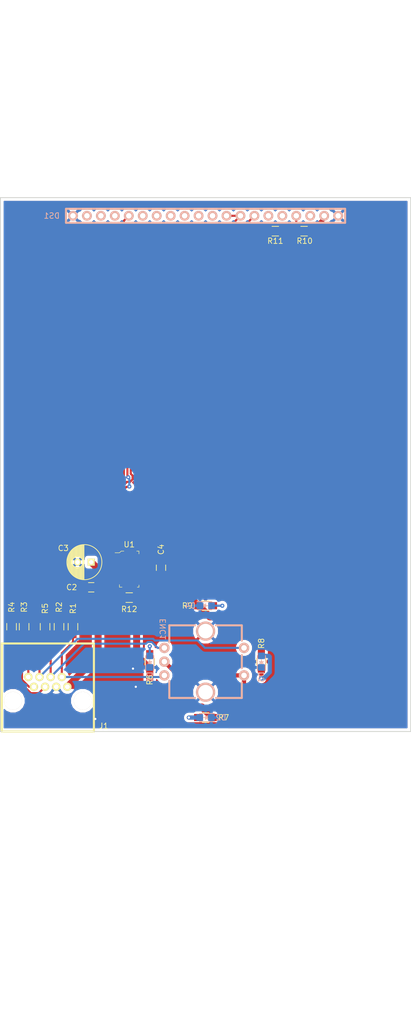
<source format=kicad_pcb>
(kicad_pcb (version 4) (host pcbnew 4.0.2+dfsg1-stable)

  (general
    (links 50)
    (no_connects 0)
    (area 59.513 14.377999 135.457001 200.506001)
    (thickness 1.6)
    (drawings 10)
    (tracks 145)
    (zones 0)
    (modules 23)
    (nets 28)
  )

  (page A4)
  (layers
    (0 F.Cu signal)
    (31 B.Cu signal)
    (32 B.Adhes user)
    (33 F.Adhes user)
    (34 B.Paste user)
    (35 F.Paste user)
    (36 B.SilkS user)
    (37 F.SilkS user)
    (38 B.Mask user)
    (39 F.Mask user)
    (40 Dwgs.User user)
    (41 Cmts.User user)
    (42 Eco1.User user)
    (43 Eco2.User user)
    (44 Edge.Cuts user)
    (45 Margin user)
    (46 B.CrtYd user)
    (47 F.CrtYd user)
    (48 B.Fab user)
    (49 F.Fab user hide)
  )

  (setup
    (last_trace_width 0.25)
    (user_trace_width 0.254)
    (user_trace_width 0.381)
    (user_trace_width 0.508)
    (user_trace_width 0.762)
    (user_trace_width 1.016)
    (user_trace_width 1.27)
    (trace_clearance 0.2)
    (zone_clearance 0.508)
    (zone_45_only no)
    (trace_min 0.2)
    (segment_width 0.2)
    (edge_width 0.15)
    (via_size 0.6)
    (via_drill 0.4)
    (via_min_size 0.4)
    (via_min_drill 0.3)
    (user_via 0.762 0.3048)
    (uvia_size 0.3)
    (uvia_drill 0.1)
    (uvias_allowed no)
    (uvia_min_size 0)
    (uvia_min_drill 0)
    (pcb_text_width 0.3)
    (pcb_text_size 1.5 1.5)
    (mod_edge_width 0.15)
    (mod_text_size 1 1)
    (mod_text_width 0.15)
    (pad_size 1.524 1.524)
    (pad_drill 0.762)
    (pad_to_mask_clearance 0.2)
    (aux_axis_origin 0 0)
    (visible_elements FFFFEF7F)
    (pcbplotparams
      (layerselection 0x010fc_80000001)
      (usegerberextensions false)
      (excludeedgelayer true)
      (linewidth 0.100000)
      (plotframeref false)
      (viasonmask false)
      (mode 1)
      (useauxorigin false)
      (hpglpennumber 1)
      (hpglpenspeed 20)
      (hpglpendiameter 15)
      (hpglpenoverlay 2)
      (psnegative false)
      (psa4output false)
      (plotreference true)
      (plotvalue true)
      (plotinvisibletext false)
      (padsonsilk false)
      (subtractmaskfromsilk false)
      (outputformat 1)
      (mirror false)
      (drillshape 0)
      (scaleselection 1)
      (outputdirectory controller_board_gerbers/))
  )

  (net 0 "")
  (net 1 GND)
  (net 2 VCC)
  (net 3 +3V3)
  (net 4 ENCODER_SW)
  (net 5 ENCODER_B)
  (net 6 ENCODER_A)
  (net 7 SCL)
  (net 8 SDA)
  (net 9 OLED_RESET)
  (net 10 "Net-(DS1-Pad3)")
  (net 11 "Net-(DS1-Pad5)")
  (net 12 "Net-(DS1-Pad6)")
  (net 13 "Net-(DS1-Pad10)")
  (net 14 "Net-(DS1-Pad11)")
  (net 15 "Net-(DS1-Pad12)")
  (net 16 "Net-(DS1-Pad13)")
  (net 17 "Net-(DS1-Pad14)")
  (net 18 "Net-(DS1-Pad15)")
  (net 19 "Net-(DS1-Pad17)")
  (net 20 "Net-(DS1-Pad18)")
  (net 21 "Net-(DS1-Pad19)")
  (net 22 "Net-(D1-Pad2)")
  (net 23 "Net-(D2-Pad2)")
  (net 24 "Net-(D3-Pad2)")
  (net 25 "Net-(D4-Pad2)")
  (net 26 "Net-(DS1-Pad4)")
  (net 27 "Net-(J1-Pad5)")

  (net_class Default "This is the default net class."
    (clearance 0.2)
    (trace_width 0.25)
    (via_dia 0.6)
    (via_drill 0.4)
    (uvia_dia 0.3)
    (uvia_drill 0.1)
    (add_net +3V3)
    (add_net ENCODER_A)
    (add_net ENCODER_B)
    (add_net ENCODER_SW)
    (add_net GND)
    (add_net "Net-(D1-Pad2)")
    (add_net "Net-(D2-Pad2)")
    (add_net "Net-(D3-Pad2)")
    (add_net "Net-(D4-Pad2)")
    (add_net "Net-(DS1-Pad10)")
    (add_net "Net-(DS1-Pad11)")
    (add_net "Net-(DS1-Pad12)")
    (add_net "Net-(DS1-Pad13)")
    (add_net "Net-(DS1-Pad14)")
    (add_net "Net-(DS1-Pad15)")
    (add_net "Net-(DS1-Pad17)")
    (add_net "Net-(DS1-Pad18)")
    (add_net "Net-(DS1-Pad19)")
    (add_net "Net-(DS1-Pad3)")
    (add_net "Net-(DS1-Pad4)")
    (add_net "Net-(DS1-Pad5)")
    (add_net "Net-(DS1-Pad6)")
    (add_net "Net-(J1-Pad5)")
    (add_net OLED_RESET)
    (add_net SCL)
    (add_net SDA)
    (add_net VCC)
  )

  (module Resistors_SMD:R_0805_HandSoldering (layer F.Cu) (tedit 54189DEE) (tstamp 5B0C5FBD)
    (at 68.834 128.27 90)
    (descr "Resistor SMD 0805, hand soldering")
    (tags "resistor 0805")
    (path /5B0C66BE)
    (attr smd)
    (fp_text reference R5 (at 3.302 0 90) (layer F.SilkS)
      (effects (font (size 1 1) (thickness 0.15)))
    )
    (fp_text value 10.0k (at 0 2.1 90) (layer F.Fab)
      (effects (font (size 1 1) (thickness 0.15)))
    )
    (fp_line (start -2.4 -1) (end 2.4 -1) (layer F.CrtYd) (width 0.05))
    (fp_line (start -2.4 1) (end 2.4 1) (layer F.CrtYd) (width 0.05))
    (fp_line (start -2.4 -1) (end -2.4 1) (layer F.CrtYd) (width 0.05))
    (fp_line (start 2.4 -1) (end 2.4 1) (layer F.CrtYd) (width 0.05))
    (fp_line (start 0.6 0.875) (end -0.6 0.875) (layer F.SilkS) (width 0.15))
    (fp_line (start -0.6 -0.875) (end 0.6 -0.875) (layer F.SilkS) (width 0.15))
    (pad 1 smd rect (at -1.35 0 90) (size 1.5 1.3) (layers F.Cu F.Paste F.Mask)
      (net 4 ENCODER_SW))
    (pad 2 smd rect (at 1.35 0 90) (size 1.5 1.3) (layers F.Cu F.Paste F.Mask)
      (net 1 GND))
    (model Resistors_SMD.3dshapes/R_0805_HandSoldering.wrl
      (at (xyz 0 0 0))
      (scale (xyz 1 1 1))
      (rotate (xyz 0 0 0))
    )
  )

  (module Resistors_SMD:R_0805_HandSoldering (layer F.Cu) (tedit 54189DEE) (tstamp 5B1049F7)
    (at 115.9764 56.388 180)
    (descr "Resistor SMD 0805, hand soldering")
    (tags "resistor 0805")
    (path /5B1050BB)
    (attr smd)
    (fp_text reference R10 (at -0.1016 -1.778 180) (layer F.SilkS)
      (effects (font (size 1 1) (thickness 0.15)))
    )
    (fp_text value 0 (at 0 2.1 180) (layer F.Fab)
      (effects (font (size 1 1) (thickness 0.15)))
    )
    (fp_line (start -2.4 -1) (end 2.4 -1) (layer F.CrtYd) (width 0.05))
    (fp_line (start -2.4 1) (end 2.4 1) (layer F.CrtYd) (width 0.05))
    (fp_line (start -2.4 -1) (end -2.4 1) (layer F.CrtYd) (width 0.05))
    (fp_line (start 2.4 -1) (end 2.4 1) (layer F.CrtYd) (width 0.05))
    (fp_line (start 0.6 0.875) (end -0.6 0.875) (layer F.SilkS) (width 0.15))
    (fp_line (start -0.6 -0.875) (end 0.6 -0.875) (layer F.SilkS) (width 0.15))
    (pad 1 smd rect (at -1.35 0 180) (size 1.5 1.3) (layers F.Cu F.Paste F.Mask)
      (net 3 +3V3))
    (pad 2 smd rect (at 1.35 0 180) (size 1.5 1.3) (layers F.Cu F.Paste F.Mask)
      (net 26 "Net-(DS1-Pad4)"))
    (model Resistors_SMD.3dshapes/R_0805_HandSoldering.wrl
      (at (xyz 0 0 0))
      (scale (xyz 1 1 1))
      (rotate (xyz 0 0 0))
    )
  )

  (module Resistors_SMD:R_0805_HandSoldering (layer F.Cu) (tedit 54189DEE) (tstamp 5B1049FD)
    (at 110.744 56.388 180)
    (descr "Resistor SMD 0805, hand soldering")
    (tags "resistor 0805")
    (path /5B105003)
    (attr smd)
    (fp_text reference R11 (at 0 -1.778 180) (layer F.SilkS)
      (effects (font (size 1 1) (thickness 0.15)))
    )
    (fp_text value DNP (at 0 2.1 180) (layer F.Fab)
      (effects (font (size 1 1) (thickness 0.15)))
    )
    (fp_line (start -2.4 -1) (end 2.4 -1) (layer F.CrtYd) (width 0.05))
    (fp_line (start -2.4 1) (end 2.4 1) (layer F.CrtYd) (width 0.05))
    (fp_line (start -2.4 -1) (end -2.4 1) (layer F.CrtYd) (width 0.05))
    (fp_line (start 2.4 -1) (end 2.4 1) (layer F.CrtYd) (width 0.05))
    (fp_line (start 0.6 0.875) (end -0.6 0.875) (layer F.SilkS) (width 0.15))
    (fp_line (start -0.6 -0.875) (end 0.6 -0.875) (layer F.SilkS) (width 0.15))
    (pad 1 smd rect (at -1.35 0 180) (size 1.5 1.3) (layers F.Cu F.Paste F.Mask)
      (net 26 "Net-(DS1-Pad4)"))
    (pad 2 smd rect (at 1.35 0 180) (size 1.5 1.3) (layers F.Cu F.Paste F.Mask)
      (net 1 GND))
    (model Resistors_SMD.3dshapes/R_0805_HandSoldering.wrl
      (at (xyz 0 0 0))
      (scale (xyz 1 1 1))
      (rotate (xyz 0 0 0))
    )
  )

  (module Capacitors_SMD:C_0805_HandSoldering (layer F.Cu) (tedit 541A9B8D) (tstamp 5B0C5F7C)
    (at 77.234929 121.110373 180)
    (descr "Capacitor SMD 0805, hand soldering")
    (tags "capacitor 0805")
    (path /5B0C632D)
    (attr smd)
    (fp_text reference C2 (at 3.556 0 180) (layer F.SilkS)
      (effects (font (size 1 1) (thickness 0.15)))
    )
    (fp_text value 0.1uF (at 0 2.1 180) (layer F.Fab)
      (effects (font (size 1 1) (thickness 0.15)))
    )
    (fp_line (start -2.3 -1) (end 2.3 -1) (layer F.CrtYd) (width 0.05))
    (fp_line (start -2.3 1) (end 2.3 1) (layer F.CrtYd) (width 0.05))
    (fp_line (start -2.3 -1) (end -2.3 1) (layer F.CrtYd) (width 0.05))
    (fp_line (start 2.3 -1) (end 2.3 1) (layer F.CrtYd) (width 0.05))
    (fp_line (start 0.5 -0.85) (end -0.5 -0.85) (layer F.SilkS) (width 0.15))
    (fp_line (start -0.5 0.85) (end 0.5 0.85) (layer F.SilkS) (width 0.15))
    (pad 1 smd rect (at -1.25 0 180) (size 1.5 1.25) (layers F.Cu F.Paste F.Mask)
      (net 2 VCC))
    (pad 2 smd rect (at 1.25 0 180) (size 1.5 1.25) (layers F.Cu F.Paste F.Mask)
      (net 1 GND))
    (model Capacitors_SMD.3dshapes/C_0805_HandSoldering.wrl
      (at (xyz 0 0 0))
      (scale (xyz 1 1 1))
      (rotate (xyz 0 0 0))
    )
  )

  (module Capacitors_ThroughHole:C_Radial_D6.3_L11.2_P2.5 (layer F.Cu) (tedit 0) (tstamp 5B0C5F82)
    (at 77.234929 116.538373 180)
    (descr "Radial Electrolytic Capacitor, Diameter 6.3mm x Length 11.2mm, Pitch 2.5mm")
    (tags "Electrolytic Capacitor")
    (path /5B0C6214)
    (fp_text reference C3 (at 5.08 2.54 180) (layer F.SilkS)
      (effects (font (size 1 1) (thickness 0.15)))
    )
    (fp_text value 5ZLH100MEFC6.3X11 (at 1.25 4.4 180) (layer F.Fab)
      (effects (font (size 1 1) (thickness 0.15)))
    )
    (fp_line (start 1.325 -3.149) (end 1.325 3.149) (layer F.SilkS) (width 0.15))
    (fp_line (start 1.465 -3.143) (end 1.465 3.143) (layer F.SilkS) (width 0.15))
    (fp_line (start 1.605 -3.13) (end 1.605 -0.446) (layer F.SilkS) (width 0.15))
    (fp_line (start 1.605 0.446) (end 1.605 3.13) (layer F.SilkS) (width 0.15))
    (fp_line (start 1.745 -3.111) (end 1.745 -0.656) (layer F.SilkS) (width 0.15))
    (fp_line (start 1.745 0.656) (end 1.745 3.111) (layer F.SilkS) (width 0.15))
    (fp_line (start 1.885 -3.085) (end 1.885 -0.789) (layer F.SilkS) (width 0.15))
    (fp_line (start 1.885 0.789) (end 1.885 3.085) (layer F.SilkS) (width 0.15))
    (fp_line (start 2.025 -3.053) (end 2.025 -0.88) (layer F.SilkS) (width 0.15))
    (fp_line (start 2.025 0.88) (end 2.025 3.053) (layer F.SilkS) (width 0.15))
    (fp_line (start 2.165 -3.014) (end 2.165 -0.942) (layer F.SilkS) (width 0.15))
    (fp_line (start 2.165 0.942) (end 2.165 3.014) (layer F.SilkS) (width 0.15))
    (fp_line (start 2.305 -2.968) (end 2.305 -0.981) (layer F.SilkS) (width 0.15))
    (fp_line (start 2.305 0.981) (end 2.305 2.968) (layer F.SilkS) (width 0.15))
    (fp_line (start 2.445 -2.915) (end 2.445 -0.998) (layer F.SilkS) (width 0.15))
    (fp_line (start 2.445 0.998) (end 2.445 2.915) (layer F.SilkS) (width 0.15))
    (fp_line (start 2.585 -2.853) (end 2.585 -0.996) (layer F.SilkS) (width 0.15))
    (fp_line (start 2.585 0.996) (end 2.585 2.853) (layer F.SilkS) (width 0.15))
    (fp_line (start 2.725 -2.783) (end 2.725 -0.974) (layer F.SilkS) (width 0.15))
    (fp_line (start 2.725 0.974) (end 2.725 2.783) (layer F.SilkS) (width 0.15))
    (fp_line (start 2.865 -2.704) (end 2.865 -0.931) (layer F.SilkS) (width 0.15))
    (fp_line (start 2.865 0.931) (end 2.865 2.704) (layer F.SilkS) (width 0.15))
    (fp_line (start 3.005 -2.616) (end 3.005 -0.863) (layer F.SilkS) (width 0.15))
    (fp_line (start 3.005 0.863) (end 3.005 2.616) (layer F.SilkS) (width 0.15))
    (fp_line (start 3.145 -2.516) (end 3.145 -0.764) (layer F.SilkS) (width 0.15))
    (fp_line (start 3.145 0.764) (end 3.145 2.516) (layer F.SilkS) (width 0.15))
    (fp_line (start 3.285 -2.404) (end 3.285 -0.619) (layer F.SilkS) (width 0.15))
    (fp_line (start 3.285 0.619) (end 3.285 2.404) (layer F.SilkS) (width 0.15))
    (fp_line (start 3.425 -2.279) (end 3.425 -0.38) (layer F.SilkS) (width 0.15))
    (fp_line (start 3.425 0.38) (end 3.425 2.279) (layer F.SilkS) (width 0.15))
    (fp_line (start 3.565 -2.136) (end 3.565 2.136) (layer F.SilkS) (width 0.15))
    (fp_line (start 3.705 -1.974) (end 3.705 1.974) (layer F.SilkS) (width 0.15))
    (fp_line (start 3.845 -1.786) (end 3.845 1.786) (layer F.SilkS) (width 0.15))
    (fp_line (start 3.985 -1.563) (end 3.985 1.563) (layer F.SilkS) (width 0.15))
    (fp_line (start 4.125 -1.287) (end 4.125 1.287) (layer F.SilkS) (width 0.15))
    (fp_line (start 4.265 -0.912) (end 4.265 0.912) (layer F.SilkS) (width 0.15))
    (fp_circle (center 2.5 0) (end 2.5 -1) (layer F.SilkS) (width 0.15))
    (fp_circle (center 1.25 0) (end 1.25 -3.1875) (layer F.SilkS) (width 0.15))
    (fp_circle (center 1.25 0) (end 1.25 -3.4) (layer F.CrtYd) (width 0.05))
    (pad 2 thru_hole circle (at 2.5 0 180) (size 1.3 1.3) (drill 0.8) (layers *.Cu *.Mask F.SilkS)
      (net 1 GND))
    (pad 1 thru_hole rect (at 0 0 180) (size 1.3 1.3) (drill 0.8) (layers *.Cu *.Mask F.SilkS)
      (net 3 +3V3))
    (model Capacitors_ThroughHole.3dshapes/C_Radial_D6.3_L11.2_P2.5.wrl
      (at (xyz 0 0 0))
      (scale (xyz 1 1 1))
      (rotate (xyz 0 0 0))
    )
  )

  (module Capacitors_SMD:C_0805_HandSoldering (layer F.Cu) (tedit 541A9B8D) (tstamp 5B0C5F88)
    (at 89.934929 117.554373 90)
    (descr "Capacitor SMD 0805, hand soldering")
    (tags "capacitor 0805")
    (path /5B0C6666)
    (attr smd)
    (fp_text reference C4 (at 3.322 0 90) (layer F.SilkS)
      (effects (font (size 1 1) (thickness 0.15)))
    )
    (fp_text value 0.1uF (at 0 2.1 90) (layer F.Fab)
      (effects (font (size 1 1) (thickness 0.15)))
    )
    (fp_line (start -2.3 -1) (end 2.3 -1) (layer F.CrtYd) (width 0.05))
    (fp_line (start -2.3 1) (end 2.3 1) (layer F.CrtYd) (width 0.05))
    (fp_line (start -2.3 -1) (end -2.3 1) (layer F.CrtYd) (width 0.05))
    (fp_line (start 2.3 -1) (end 2.3 1) (layer F.CrtYd) (width 0.05))
    (fp_line (start 0.5 -0.85) (end -0.5 -0.85) (layer F.SilkS) (width 0.15))
    (fp_line (start -0.5 0.85) (end 0.5 0.85) (layer F.SilkS) (width 0.15))
    (pad 1 smd rect (at -1.25 0 90) (size 1.5 1.25) (layers F.Cu F.Paste F.Mask)
      (net 3 +3V3))
    (pad 2 smd rect (at 1.25 0 90) (size 1.5 1.25) (layers F.Cu F.Paste F.Mask)
      (net 1 GND))
    (model Capacitors_SMD.3dshapes/C_0805_HandSoldering.wrl
      (at (xyz 0 0 0))
      (scale (xyz 1 1 1))
      (rotate (xyz 0 0 0))
    )
  )

  (module Resistors_SMD:R_0805_HandSoldering (layer F.Cu) (tedit 54189DEE) (tstamp 5B0C5FA5)
    (at 73.914 128.27 90)
    (descr "Resistor SMD 0805, hand soldering")
    (tags "resistor 0805")
    (path /5B0C6A00)
    (attr smd)
    (fp_text reference R1 (at 3.302 0 90) (layer F.SilkS)
      (effects (font (size 1 1) (thickness 0.15)))
    )
    (fp_text value 10.0k (at 0 2.1 90) (layer F.Fab)
      (effects (font (size 1 1) (thickness 0.15)))
    )
    (fp_line (start -2.4 -1) (end 2.4 -1) (layer F.CrtYd) (width 0.05))
    (fp_line (start -2.4 1) (end 2.4 1) (layer F.CrtYd) (width 0.05))
    (fp_line (start -2.4 -1) (end -2.4 1) (layer F.CrtYd) (width 0.05))
    (fp_line (start 2.4 -1) (end 2.4 1) (layer F.CrtYd) (width 0.05))
    (fp_line (start 0.6 0.875) (end -0.6 0.875) (layer F.SilkS) (width 0.15))
    (fp_line (start -0.6 -0.875) (end 0.6 -0.875) (layer F.SilkS) (width 0.15))
    (pad 1 smd rect (at -1.35 0 90) (size 1.5 1.3) (layers F.Cu F.Paste F.Mask)
      (net 6 ENCODER_A))
    (pad 2 smd rect (at 1.35 0 90) (size 1.5 1.3) (layers F.Cu F.Paste F.Mask)
      (net 1 GND))
    (model Resistors_SMD.3dshapes/R_0805_HandSoldering.wrl
      (at (xyz 0 0 0))
      (scale (xyz 1 1 1))
      (rotate (xyz 0 0 0))
    )
  )

  (module Resistors_SMD:R_0805_HandSoldering (layer F.Cu) (tedit 54189DEE) (tstamp 5B0C5FAB)
    (at 71.374 128.27 90)
    (descr "Resistor SMD 0805, hand soldering")
    (tags "resistor 0805")
    (path /5B0C6938)
    (attr smd)
    (fp_text reference R2 (at 3.556 0 90) (layer F.SilkS)
      (effects (font (size 1 1) (thickness 0.15)))
    )
    (fp_text value 10.0k (at 0 2.1 90) (layer F.Fab)
      (effects (font (size 1 1) (thickness 0.15)))
    )
    (fp_line (start -2.4 -1) (end 2.4 -1) (layer F.CrtYd) (width 0.05))
    (fp_line (start -2.4 1) (end 2.4 1) (layer F.CrtYd) (width 0.05))
    (fp_line (start -2.4 -1) (end -2.4 1) (layer F.CrtYd) (width 0.05))
    (fp_line (start 2.4 -1) (end 2.4 1) (layer F.CrtYd) (width 0.05))
    (fp_line (start 0.6 0.875) (end -0.6 0.875) (layer F.SilkS) (width 0.15))
    (fp_line (start -0.6 -0.875) (end 0.6 -0.875) (layer F.SilkS) (width 0.15))
    (pad 1 smd rect (at -1.35 0 90) (size 1.5 1.3) (layers F.Cu F.Paste F.Mask)
      (net 5 ENCODER_B))
    (pad 2 smd rect (at 1.35 0 90) (size 1.5 1.3) (layers F.Cu F.Paste F.Mask)
      (net 1 GND))
    (model Resistors_SMD.3dshapes/R_0805_HandSoldering.wrl
      (at (xyz 0 0 0))
      (scale (xyz 1 1 1))
      (rotate (xyz 0 0 0))
    )
  )

  (module Resistors_SMD:R_0805_HandSoldering (layer F.Cu) (tedit 54189DEE) (tstamp 5B0C5FB1)
    (at 65.024 128.27 90)
    (descr "Resistor SMD 0805, hand soldering")
    (tags "resistor 0805")
    (path /5B0C5860)
    (attr smd)
    (fp_text reference R3 (at 3.556 0 90) (layer F.SilkS)
      (effects (font (size 1 1) (thickness 0.15)))
    )
    (fp_text value 10.0k (at 0 2.1 90) (layer F.Fab)
      (effects (font (size 1 1) (thickness 0.15)))
    )
    (fp_line (start -2.4 -1) (end 2.4 -1) (layer F.CrtYd) (width 0.05))
    (fp_line (start -2.4 1) (end 2.4 1) (layer F.CrtYd) (width 0.05))
    (fp_line (start -2.4 -1) (end -2.4 1) (layer F.CrtYd) (width 0.05))
    (fp_line (start 2.4 -1) (end 2.4 1) (layer F.CrtYd) (width 0.05))
    (fp_line (start 0.6 0.875) (end -0.6 0.875) (layer F.SilkS) (width 0.15))
    (fp_line (start -0.6 -0.875) (end 0.6 -0.875) (layer F.SilkS) (width 0.15))
    (pad 1 smd rect (at -1.35 0 90) (size 1.5 1.3) (layers F.Cu F.Paste F.Mask)
      (net 27 "Net-(J1-Pad5)"))
    (pad 2 smd rect (at 1.35 0 90) (size 1.5 1.3) (layers F.Cu F.Paste F.Mask)
      (net 9 OLED_RESET))
    (model Resistors_SMD.3dshapes/R_0805_HandSoldering.wrl
      (at (xyz 0 0 0))
      (scale (xyz 1 1 1))
      (rotate (xyz 0 0 0))
    )
  )

  (module Resistors_SMD:R_0805_HandSoldering (layer F.Cu) (tedit 54189DEE) (tstamp 5B0C5FB7)
    (at 62.738 128.27 270)
    (descr "Resistor SMD 0805, hand soldering")
    (tags "resistor 0805")
    (path /5B0C59B5)
    (attr smd)
    (fp_text reference R4 (at -3.556 0 270) (layer F.SilkS)
      (effects (font (size 1 1) (thickness 0.15)))
    )
    (fp_text value 10.0k (at 0 2.1 270) (layer F.Fab)
      (effects (font (size 1 1) (thickness 0.15)))
    )
    (fp_line (start -2.4 -1) (end 2.4 -1) (layer F.CrtYd) (width 0.05))
    (fp_line (start -2.4 1) (end 2.4 1) (layer F.CrtYd) (width 0.05))
    (fp_line (start -2.4 -1) (end -2.4 1) (layer F.CrtYd) (width 0.05))
    (fp_line (start 2.4 -1) (end 2.4 1) (layer F.CrtYd) (width 0.05))
    (fp_line (start 0.6 0.875) (end -0.6 0.875) (layer F.SilkS) (width 0.15))
    (fp_line (start -0.6 -0.875) (end 0.6 -0.875) (layer F.SilkS) (width 0.15))
    (pad 1 smd rect (at -1.35 0 270) (size 1.5 1.3) (layers F.Cu F.Paste F.Mask)
      (net 9 OLED_RESET))
    (pad 2 smd rect (at 1.35 0 270) (size 1.5 1.3) (layers F.Cu F.Paste F.Mask)
      (net 1 GND))
    (model Resistors_SMD.3dshapes/R_0805_HandSoldering.wrl
      (at (xyz 0 0 0))
      (scale (xyz 1 1 1))
      (rotate (xyz 0 0 0))
    )
  )

  (module digikey-footprints:SOT-223 (layer F.Cu) (tedit 59D24B44) (tstamp 5B0C5FC5)
    (at 84.144929 117.808373 270)
    (path /5B0C5F16)
    (fp_text reference U1 (at -4.477972 -0.005064 360) (layer F.SilkS)
      (effects (font (size 1 1) (thickness 0.15)))
    )
    (fp_text value AZ1117CH-3_3TRG1 (at 0.15 5.65 270) (layer F.Fab)
      (effects (font (size 1 1) (thickness 0.15)))
    )
    (fp_line (start -3.275 0.975) (end -3.275 1.45) (layer F.SilkS) (width 0.1))
    (fp_line (start -3.275 1.45) (end -2.975 1.775) (layer F.SilkS) (width 0.1))
    (fp_line (start -2.975 1.775) (end -2.975 2.575) (layer F.SilkS) (width 0.1))
    (fp_line (start -3.45 4.45) (end 3.45 4.45) (layer F.CrtYd) (width 0.05))
    (fp_line (start -3.45 -4.45) (end -3.45 4.45) (layer F.CrtYd) (width 0.05))
    (fp_line (start 3.45 -4.45) (end -3.45 -4.45) (layer F.CrtYd) (width 0.05))
    (fp_line (start 3.45 -4.45) (end 3.45 4.45) (layer F.CrtYd) (width 0.05))
    (fp_line (start -3.15 1.35) (end -3.15 -1.65) (layer F.Fab) (width 0.1))
    (fp_line (start 3.15 1.65) (end -2.875 1.65) (layer F.Fab) (width 0.1))
    (fp_line (start -3.15 1.35) (end -2.875 1.65) (layer F.Fab) (width 0.1))
    (fp_line (start 3.275 1.3) (end 3.275 1.775) (layer F.SilkS) (width 0.1))
    (fp_line (start 3.275 1.775) (end 2.825 1.775) (layer F.SilkS) (width 0.1))
    (fp_line (start -2.775 -1.775) (end -3.275 -1.775) (layer F.SilkS) (width 0.1))
    (fp_line (start -3.275 -1.775) (end -3.275 -1.375) (layer F.SilkS) (width 0.1))
    (fp_line (start 2.9 -1.775) (end 3.275 -1.775) (layer F.SilkS) (width 0.1))
    (fp_line (start 3.275 -1.775) (end 3.275 -1.475) (layer F.SilkS) (width 0.1))
    (fp_text user %R (at -0.05 0.025 270) (layer F.Fab)
      (effects (font (size 1 1) (thickness 0.15)))
    )
    (fp_line (start -3.15 -1.65) (end 3.15 -1.65) (layer F.Fab) (width 0.1))
    (fp_line (start 3.15 -1.65) (end 3.15 1.65) (layer F.Fab) (width 0.1))
    (pad 3 smd rect (at 2.3 3.1 270) (size 1.2 2.2) (layers F.Cu F.Paste F.Mask)
      (net 2 VCC))
    (pad 2 smd rect (at 0 3.1 270) (size 1.2 2.2) (layers F.Cu F.Paste F.Mask)
      (net 3 +3V3))
    (pad 1 smd rect (at -2.3 3.1 270) (size 1.2 2.2) (layers F.Cu F.Paste F.Mask)
      (net 1 GND))
    (pad 4 smd rect (at 0 -3.1 270) (size 3.5 2.2) (layers F.Cu F.Paste F.Mask)
      (net 3 +3V3))
  )

  (module USER_DISPLAYS:128x64_OLED_20PIN_HORIZONTAL (layer B.Cu) (tedit 5B0C6236) (tstamp 5B1041F3)
    (at 98.044 53.594 180)
    (path /5B0C7B63)
    (fp_text reference DS1 (at 28 0 180) (layer B.SilkS)
      (effects (font (size 1 1) (thickness 0.15)) (justify mirror))
    )
    (fp_text value OLED_GENERIC_SSD1305_20PIN_128x64 (at 0 -2.794 180) (layer B.Fab)
      (effects (font (size 1 1) (thickness 0.15)) (justify mirror))
    )
    (fp_line (start 37 3) (end -37 3) (layer B.Fab) (width 0.381))
    (fp_line (start 37 -43) (end 37 3) (layer B.Fab) (width 0.381))
    (fp_line (start -37 -43) (end 37 -43) (layer B.Fab) (width 0.381))
    (fp_line (start -37 3) (end -37 -43) (layer B.Fab) (width 0.381))
    (fp_line (start 25.4 1.27) (end -25.4 1.27) (layer B.SilkS) (width 0.381))
    (fp_line (start 25.4 -1.27) (end 25.4 1.27) (layer B.SilkS) (width 0.381))
    (fp_line (start -25.4 -1.27) (end 25.4 -1.27) (layer B.SilkS) (width 0.381))
    (fp_line (start -25.4 1.27) (end -25.4 -1.27) (layer B.SilkS) (width 0.381))
    (pad 1 thru_hole circle (at -24.13 0 180) (size 1.8 1.8) (drill 1) (layers *.Cu *.Mask B.SilkS)
      (net 1 GND))
    (pad 2 thru_hole circle (at -21.59 0 180) (size 1.8 1.8) (drill 1) (layers *.Cu *.Mask B.SilkS)
      (net 3 +3V3))
    (pad 3 thru_hole circle (at -19.05 0 180) (size 1.8 1.8) (drill 1) (layers *.Cu *.Mask B.SilkS)
      (net 10 "Net-(DS1-Pad3)"))
    (pad 4 thru_hole circle (at -16.51 0 180) (size 1.8 1.8) (drill 1) (layers *.Cu *.Mask B.SilkS)
      (net 26 "Net-(DS1-Pad4)"))
    (pad 5 thru_hole circle (at -13.97 0 180) (size 1.8 1.8) (drill 1) (layers *.Cu *.Mask B.SilkS)
      (net 11 "Net-(DS1-Pad5)"))
    (pad 6 thru_hole circle (at -11.43 0 180) (size 1.8 1.8) (drill 1) (layers *.Cu *.Mask B.SilkS)
      (net 12 "Net-(DS1-Pad6)"))
    (pad 7 thru_hole circle (at -8.89 0 180) (size 1.8 1.8) (drill 1) (layers *.Cu *.Mask B.SilkS)
      (net 7 SCL))
    (pad 8 thru_hole circle (at -6.35 0 180) (size 1.8 1.8) (drill 1) (layers *.Cu *.Mask B.SilkS)
      (net 8 SDA))
    (pad 9 thru_hole circle (at -3.81 0 180) (size 1.8 1.8) (drill 1) (layers *.Cu *.Mask B.SilkS)
      (net 8 SDA))
    (pad 10 thru_hole circle (at -1.27 0 180) (size 1.8 1.8) (drill 1) (layers *.Cu *.Mask B.SilkS)
      (net 13 "Net-(DS1-Pad10)"))
    (pad 11 thru_hole circle (at 1.27 0 180) (size 1.8 1.8) (drill 1) (layers *.Cu *.Mask B.SilkS)
      (net 14 "Net-(DS1-Pad11)"))
    (pad 12 thru_hole circle (at 3.81 0 180) (size 1.8 1.8) (drill 1) (layers *.Cu *.Mask B.SilkS)
      (net 15 "Net-(DS1-Pad12)"))
    (pad 13 thru_hole circle (at 6.35 0 180) (size 1.8 1.8) (drill 1) (layers *.Cu *.Mask B.SilkS)
      (net 16 "Net-(DS1-Pad13)"))
    (pad 14 thru_hole circle (at 8.89 0 180) (size 1.8 1.8) (drill 1) (layers *.Cu *.Mask B.SilkS)
      (net 17 "Net-(DS1-Pad14)"))
    (pad 15 thru_hole circle (at 11.43 0 180) (size 1.8 1.8) (drill 1) (layers *.Cu *.Mask B.SilkS)
      (net 18 "Net-(DS1-Pad15)"))
    (pad 16 thru_hole circle (at 13.97 0 180) (size 1.8 1.8) (drill 1) (layers *.Cu *.Mask B.SilkS)
      (net 9 OLED_RESET))
    (pad 17 thru_hole circle (at 16.51 0 180) (size 1.8 1.8) (drill 1) (layers *.Cu *.Mask B.SilkS)
      (net 19 "Net-(DS1-Pad17)"))
    (pad 18 thru_hole circle (at 19.05 0 180) (size 1.8 1.8) (drill 1) (layers *.Cu *.Mask B.SilkS)
      (net 20 "Net-(DS1-Pad18)"))
    (pad 19 thru_hole circle (at 21.59 0 180) (size 1.8 1.8) (drill 1) (layers *.Cu *.Mask B.SilkS)
      (net 21 "Net-(DS1-Pad19)"))
    (pad 20 thru_hole circle (at 24.13 0 180) (size 1.8 1.8) (drill 1) (layers *.Cu *.Mask B.SilkS)
      (net 1 GND))
  )

  (module LEDs:LED_0805 (layer B.Cu) (tedit 55BDE1C2) (tstamp 5B1049C7)
    (at 87.884 134.62 90)
    (descr "LED 0805 smd package")
    (tags "LED 0805 SMD")
    (path /5B1045E4)
    (attr smd)
    (fp_text reference D1 (at -2.794 0 90) (layer B.SilkS)
      (effects (font (size 1 1) (thickness 0.15)) (justify mirror))
    )
    (fp_text value GRN (at 0 -1.75 90) (layer B.Fab)
      (effects (font (size 1 1) (thickness 0.15)) (justify mirror))
    )
    (fp_line (start -1.6 -0.75) (end 1.1 -0.75) (layer B.SilkS) (width 0.15))
    (fp_line (start -1.6 0.75) (end 1.1 0.75) (layer B.SilkS) (width 0.15))
    (fp_line (start -0.1 -0.15) (end -0.1 0.1) (layer B.SilkS) (width 0.15))
    (fp_line (start -0.1 0.1) (end -0.25 -0.05) (layer B.SilkS) (width 0.15))
    (fp_line (start -0.35 0.35) (end -0.35 -0.35) (layer B.SilkS) (width 0.15))
    (fp_line (start 0 0) (end 0.35 0) (layer B.SilkS) (width 0.15))
    (fp_line (start -0.35 0) (end 0 0.35) (layer B.SilkS) (width 0.15))
    (fp_line (start 0 0.35) (end 0 -0.35) (layer B.SilkS) (width 0.15))
    (fp_line (start 0 -0.35) (end -0.35 0) (layer B.SilkS) (width 0.15))
    (fp_line (start 1.9 0.95) (end 1.9 -0.95) (layer B.CrtYd) (width 0.05))
    (fp_line (start 1.9 -0.95) (end -1.9 -0.95) (layer B.CrtYd) (width 0.05))
    (fp_line (start -1.9 -0.95) (end -1.9 0.95) (layer B.CrtYd) (width 0.05))
    (fp_line (start -1.9 0.95) (end 1.9 0.95) (layer B.CrtYd) (width 0.05))
    (pad 2 smd rect (at 1.04902 0 270) (size 1.19888 1.19888) (layers B.Cu B.Paste B.Mask)
      (net 22 "Net-(D1-Pad2)"))
    (pad 1 smd rect (at -1.04902 0 270) (size 1.19888 1.19888) (layers B.Cu B.Paste B.Mask)
      (net 1 GND))
    (model LEDs.3dshapes/LED_0805.wrl
      (at (xyz 0 0 0))
      (scale (xyz 1 1 1))
      (rotate (xyz 0 0 0))
    )
  )

  (module LEDs:LED_0805 (layer B.Cu) (tedit 55BDE1C2) (tstamp 5B1049CD)
    (at 98.044 144.78 180)
    (descr "LED 0805 smd package")
    (tags "LED 0805 SMD")
    (path /5B104A38)
    (attr smd)
    (fp_text reference D2 (at -2.794 0 180) (layer B.SilkS)
      (effects (font (size 1 1) (thickness 0.15)) (justify mirror))
    )
    (fp_text value GRN (at 0 -1.75 180) (layer B.Fab)
      (effects (font (size 1 1) (thickness 0.15)) (justify mirror))
    )
    (fp_line (start -1.6 -0.75) (end 1.1 -0.75) (layer B.SilkS) (width 0.15))
    (fp_line (start -1.6 0.75) (end 1.1 0.75) (layer B.SilkS) (width 0.15))
    (fp_line (start -0.1 -0.15) (end -0.1 0.1) (layer B.SilkS) (width 0.15))
    (fp_line (start -0.1 0.1) (end -0.25 -0.05) (layer B.SilkS) (width 0.15))
    (fp_line (start -0.35 0.35) (end -0.35 -0.35) (layer B.SilkS) (width 0.15))
    (fp_line (start 0 0) (end 0.35 0) (layer B.SilkS) (width 0.15))
    (fp_line (start -0.35 0) (end 0 0.35) (layer B.SilkS) (width 0.15))
    (fp_line (start 0 0.35) (end 0 -0.35) (layer B.SilkS) (width 0.15))
    (fp_line (start 0 -0.35) (end -0.35 0) (layer B.SilkS) (width 0.15))
    (fp_line (start 1.9 0.95) (end 1.9 -0.95) (layer B.CrtYd) (width 0.05))
    (fp_line (start 1.9 -0.95) (end -1.9 -0.95) (layer B.CrtYd) (width 0.05))
    (fp_line (start -1.9 -0.95) (end -1.9 0.95) (layer B.CrtYd) (width 0.05))
    (fp_line (start -1.9 0.95) (end 1.9 0.95) (layer B.CrtYd) (width 0.05))
    (pad 2 smd rect (at 1.04902 0) (size 1.19888 1.19888) (layers B.Cu B.Paste B.Mask)
      (net 23 "Net-(D2-Pad2)"))
    (pad 1 smd rect (at -1.04902 0) (size 1.19888 1.19888) (layers B.Cu B.Paste B.Mask)
      (net 1 GND))
    (model LEDs.3dshapes/LED_0805.wrl
      (at (xyz 0 0 0))
      (scale (xyz 1 1 1))
      (rotate (xyz 0 0 0))
    )
  )

  (module LEDs:LED_0805 (layer B.Cu) (tedit 55BDE1C2) (tstamp 5B1049D3)
    (at 108.204 134.62 90)
    (descr "LED 0805 smd package")
    (tags "LED 0805 SMD")
    (path /5B104AE5)
    (attr smd)
    (fp_text reference D3 (at -2.794 0 90) (layer B.SilkS)
      (effects (font (size 1 1) (thickness 0.15)) (justify mirror))
    )
    (fp_text value GRN (at 0 -1.75 90) (layer B.Fab)
      (effects (font (size 1 1) (thickness 0.15)) (justify mirror))
    )
    (fp_line (start -1.6 -0.75) (end 1.1 -0.75) (layer B.SilkS) (width 0.15))
    (fp_line (start -1.6 0.75) (end 1.1 0.75) (layer B.SilkS) (width 0.15))
    (fp_line (start -0.1 -0.15) (end -0.1 0.1) (layer B.SilkS) (width 0.15))
    (fp_line (start -0.1 0.1) (end -0.25 -0.05) (layer B.SilkS) (width 0.15))
    (fp_line (start -0.35 0.35) (end -0.35 -0.35) (layer B.SilkS) (width 0.15))
    (fp_line (start 0 0) (end 0.35 0) (layer B.SilkS) (width 0.15))
    (fp_line (start -0.35 0) (end 0 0.35) (layer B.SilkS) (width 0.15))
    (fp_line (start 0 0.35) (end 0 -0.35) (layer B.SilkS) (width 0.15))
    (fp_line (start 0 -0.35) (end -0.35 0) (layer B.SilkS) (width 0.15))
    (fp_line (start 1.9 0.95) (end 1.9 -0.95) (layer B.CrtYd) (width 0.05))
    (fp_line (start 1.9 -0.95) (end -1.9 -0.95) (layer B.CrtYd) (width 0.05))
    (fp_line (start -1.9 -0.95) (end -1.9 0.95) (layer B.CrtYd) (width 0.05))
    (fp_line (start -1.9 0.95) (end 1.9 0.95) (layer B.CrtYd) (width 0.05))
    (pad 2 smd rect (at 1.04902 0 270) (size 1.19888 1.19888) (layers B.Cu B.Paste B.Mask)
      (net 24 "Net-(D3-Pad2)"))
    (pad 1 smd rect (at -1.04902 0 270) (size 1.19888 1.19888) (layers B.Cu B.Paste B.Mask)
      (net 1 GND))
    (model LEDs.3dshapes/LED_0805.wrl
      (at (xyz 0 0 0))
      (scale (xyz 1 1 1))
      (rotate (xyz 0 0 0))
    )
  )

  (module LEDs:LED_0805 (layer B.Cu) (tedit 55BDE1C2) (tstamp 5B1049D9)
    (at 98.07702 124.46)
    (descr "LED 0805 smd package")
    (tags "LED 0805 SMD")
    (path /5B104B00)
    (attr smd)
    (fp_text reference D4 (at -2.82702 0) (layer B.SilkS)
      (effects (font (size 1 1) (thickness 0.15)) (justify mirror))
    )
    (fp_text value GRN (at 0 -1.75) (layer B.Fab)
      (effects (font (size 1 1) (thickness 0.15)) (justify mirror))
    )
    (fp_line (start -1.6 -0.75) (end 1.1 -0.75) (layer B.SilkS) (width 0.15))
    (fp_line (start -1.6 0.75) (end 1.1 0.75) (layer B.SilkS) (width 0.15))
    (fp_line (start -0.1 -0.15) (end -0.1 0.1) (layer B.SilkS) (width 0.15))
    (fp_line (start -0.1 0.1) (end -0.25 -0.05) (layer B.SilkS) (width 0.15))
    (fp_line (start -0.35 0.35) (end -0.35 -0.35) (layer B.SilkS) (width 0.15))
    (fp_line (start 0 0) (end 0.35 0) (layer B.SilkS) (width 0.15))
    (fp_line (start -0.35 0) (end 0 0.35) (layer B.SilkS) (width 0.15))
    (fp_line (start 0 0.35) (end 0 -0.35) (layer B.SilkS) (width 0.15))
    (fp_line (start 0 -0.35) (end -0.35 0) (layer B.SilkS) (width 0.15))
    (fp_line (start 1.9 0.95) (end 1.9 -0.95) (layer B.CrtYd) (width 0.05))
    (fp_line (start 1.9 -0.95) (end -1.9 -0.95) (layer B.CrtYd) (width 0.05))
    (fp_line (start -1.9 -0.95) (end -1.9 0.95) (layer B.CrtYd) (width 0.05))
    (fp_line (start -1.9 0.95) (end 1.9 0.95) (layer B.CrtYd) (width 0.05))
    (pad 2 smd rect (at 1.04902 0 180) (size 1.19888 1.19888) (layers B.Cu B.Paste B.Mask)
      (net 25 "Net-(D4-Pad2)"))
    (pad 1 smd rect (at -1.04902 0 180) (size 1.19888 1.19888) (layers B.Cu B.Paste B.Mask)
      (net 1 GND))
    (model LEDs.3dshapes/LED_0805.wrl
      (at (xyz 0 0 0))
      (scale (xyz 1 1 1))
      (rotate (xyz 0 0 0))
    )
  )

  (module Resistors_SMD:R_0805_HandSoldering (layer F.Cu) (tedit 54189DEE) (tstamp 5B1049DF)
    (at 87.884 134.62 90)
    (descr "Resistor SMD 0805, hand soldering")
    (tags "resistor 0805")
    (path /5B104326)
    (attr smd)
    (fp_text reference R6 (at -3.302 0 90) (layer F.SilkS)
      (effects (font (size 1 1) (thickness 0.15)))
    )
    (fp_text value 120 (at 0 2.1 90) (layer F.Fab)
      (effects (font (size 1 1) (thickness 0.15)))
    )
    (fp_line (start -2.4 -1) (end 2.4 -1) (layer F.CrtYd) (width 0.05))
    (fp_line (start -2.4 1) (end 2.4 1) (layer F.CrtYd) (width 0.05))
    (fp_line (start -2.4 -1) (end -2.4 1) (layer F.CrtYd) (width 0.05))
    (fp_line (start 2.4 -1) (end 2.4 1) (layer F.CrtYd) (width 0.05))
    (fp_line (start 0.6 0.875) (end -0.6 0.875) (layer F.SilkS) (width 0.15))
    (fp_line (start -0.6 -0.875) (end 0.6 -0.875) (layer F.SilkS) (width 0.15))
    (pad 1 smd rect (at -1.35 0 90) (size 1.5 1.3) (layers F.Cu F.Paste F.Mask)
      (net 3 +3V3))
    (pad 2 smd rect (at 1.35 0 90) (size 1.5 1.3) (layers F.Cu F.Paste F.Mask)
      (net 22 "Net-(D1-Pad2)"))
    (model Resistors_SMD.3dshapes/R_0805_HandSoldering.wrl
      (at (xyz 0 0 0))
      (scale (xyz 1 1 1))
      (rotate (xyz 0 0 0))
    )
  )

  (module Resistors_SMD:R_0805_HandSoldering (layer F.Cu) (tedit 54189DEE) (tstamp 5B1049E5)
    (at 98.044 144.78 180)
    (descr "Resistor SMD 0805, hand soldering")
    (tags "resistor 0805")
    (path /5B104A32)
    (attr smd)
    (fp_text reference R7 (at -3.302 0 180) (layer F.SilkS)
      (effects (font (size 1 1) (thickness 0.15)))
    )
    (fp_text value 120 (at 0 2.1 180) (layer F.Fab)
      (effects (font (size 1 1) (thickness 0.15)))
    )
    (fp_line (start -2.4 -1) (end 2.4 -1) (layer F.CrtYd) (width 0.05))
    (fp_line (start -2.4 1) (end 2.4 1) (layer F.CrtYd) (width 0.05))
    (fp_line (start -2.4 -1) (end -2.4 1) (layer F.CrtYd) (width 0.05))
    (fp_line (start 2.4 -1) (end 2.4 1) (layer F.CrtYd) (width 0.05))
    (fp_line (start 0.6 0.875) (end -0.6 0.875) (layer F.SilkS) (width 0.15))
    (fp_line (start -0.6 -0.875) (end 0.6 -0.875) (layer F.SilkS) (width 0.15))
    (pad 1 smd rect (at -1.35 0 180) (size 1.5 1.3) (layers F.Cu F.Paste F.Mask)
      (net 3 +3V3))
    (pad 2 smd rect (at 1.35 0 180) (size 1.5 1.3) (layers F.Cu F.Paste F.Mask)
      (net 23 "Net-(D2-Pad2)"))
    (model Resistors_SMD.3dshapes/R_0805_HandSoldering.wrl
      (at (xyz 0 0 0))
      (scale (xyz 1 1 1))
      (rotate (xyz 0 0 0))
    )
  )

  (module Resistors_SMD:R_0805_HandSoldering (layer F.Cu) (tedit 54189DEE) (tstamp 5B1049EB)
    (at 108.204 134.62 270)
    (descr "Resistor SMD 0805, hand soldering")
    (tags "resistor 0805")
    (path /5B104ADF)
    (attr smd)
    (fp_text reference R8 (at -3.302 0 270) (layer F.SilkS)
      (effects (font (size 1 1) (thickness 0.15)))
    )
    (fp_text value 120 (at 0 2.1 270) (layer F.Fab)
      (effects (font (size 1 1) (thickness 0.15)))
    )
    (fp_line (start -2.4 -1) (end 2.4 -1) (layer F.CrtYd) (width 0.05))
    (fp_line (start -2.4 1) (end 2.4 1) (layer F.CrtYd) (width 0.05))
    (fp_line (start -2.4 -1) (end -2.4 1) (layer F.CrtYd) (width 0.05))
    (fp_line (start 2.4 -1) (end 2.4 1) (layer F.CrtYd) (width 0.05))
    (fp_line (start 0.6 0.875) (end -0.6 0.875) (layer F.SilkS) (width 0.15))
    (fp_line (start -0.6 -0.875) (end 0.6 -0.875) (layer F.SilkS) (width 0.15))
    (pad 1 smd rect (at -1.35 0 270) (size 1.5 1.3) (layers F.Cu F.Paste F.Mask)
      (net 3 +3V3))
    (pad 2 smd rect (at 1.35 0 270) (size 1.5 1.3) (layers F.Cu F.Paste F.Mask)
      (net 24 "Net-(D3-Pad2)"))
    (model Resistors_SMD.3dshapes/R_0805_HandSoldering.wrl
      (at (xyz 0 0 0))
      (scale (xyz 1 1 1))
      (rotate (xyz 0 0 0))
    )
  )

  (module Resistors_SMD:R_0805_HandSoldering (layer F.Cu) (tedit 54189DEE) (tstamp 5B1049F1)
    (at 98.044 124.46)
    (descr "Resistor SMD 0805, hand soldering")
    (tags "resistor 0805")
    (path /5B104AFA)
    (attr smd)
    (fp_text reference R9 (at -3.302 0) (layer F.SilkS)
      (effects (font (size 1 1) (thickness 0.15)))
    )
    (fp_text value 120 (at 0 2.1) (layer F.Fab)
      (effects (font (size 1 1) (thickness 0.15)))
    )
    (fp_line (start -2.4 -1) (end 2.4 -1) (layer F.CrtYd) (width 0.05))
    (fp_line (start -2.4 1) (end 2.4 1) (layer F.CrtYd) (width 0.05))
    (fp_line (start -2.4 -1) (end -2.4 1) (layer F.CrtYd) (width 0.05))
    (fp_line (start 2.4 -1) (end 2.4 1) (layer F.CrtYd) (width 0.05))
    (fp_line (start 0.6 0.875) (end -0.6 0.875) (layer F.SilkS) (width 0.15))
    (fp_line (start -0.6 -0.875) (end 0.6 -0.875) (layer F.SilkS) (width 0.15))
    (pad 1 smd rect (at -1.35 0) (size 1.5 1.3) (layers F.Cu F.Paste F.Mask)
      (net 3 +3V3))
    (pad 2 smd rect (at 1.35 0) (size 1.5 1.3) (layers F.Cu F.Paste F.Mask)
      (net 25 "Net-(D4-Pad2)"))
    (model Resistors_SMD.3dshapes/R_0805_HandSoldering.wrl
      (at (xyz 0 0 0))
      (scale (xyz 1 1 1))
      (rotate (xyz 0 0 0))
    )
  )

  (module USER_MECHANICAL_OTHER:EC11K1524406 (layer B.Cu) (tedit 5B103212) (tstamp 5B104217)
    (at 98.044 134.62 180)
    (path /5B10357C)
    (fp_text reference ENC1 (at 7.754 5.882 450) (layer B.SilkS)
      (effects (font (size 1 1) (thickness 0.15)) (justify mirror))
    )
    (fp_text value EC11K1524406 (at 0 0 360) (layer B.Fab)
      (effects (font (size 1 1) (thickness 0.15)) (justify mirror))
    )
    (fp_line (start 0 1.5) (end 2.6 1.5) (layer B.Fab) (width 0.381))
    (fp_line (start 0 1.5) (end -2.6 1.5) (layer B.Fab) (width 0.381))
    (fp_circle (center 0 0) (end 3 0) (layer B.Fab) (width 0.381))
    (fp_circle (center 0 0) (end 0 -4.5) (layer B.Fab) (width 0.381))
    (fp_line (start 6.6 6.6) (end -6.6 6.6) (layer B.Fab) (width 0.381))
    (fp_line (start 6.6 -6.6) (end 6.6 6.6) (layer B.Fab) (width 0.381))
    (fp_line (start -6.6 -6.6) (end 6.6 -6.6) (layer B.Fab) (width 0.381))
    (fp_line (start -6.6 6.6) (end -6.6 -6.6) (layer B.Fab) (width 0.381))
    (fp_line (start -6.6 1.2) (end -6.6 -1.2) (layer B.SilkS) (width 0.381))
    (fp_line (start -6.6 6.6) (end -1.9 6.6) (layer B.SilkS) (width 0.381))
    (fp_line (start -6.6 3.8) (end -6.6 6.6) (layer B.SilkS) (width 0.381))
    (fp_line (start 1.5 4.8) (end 1.5 6.3) (layer B.Fab) (width 0.381))
    (fp_line (start -1.5 4.8) (end 1.5 4.8) (layer B.Fab) (width 0.381))
    (fp_line (start -1.5 6.3) (end -1.5 4.8) (layer B.Fab) (width 0.381))
    (fp_line (start 1.5 -4.8) (end 1.5 -6.3) (layer B.Fab) (width 0.381))
    (fp_line (start -1.5 -4.8) (end 1.5 -4.8) (layer B.Fab) (width 0.381))
    (fp_line (start -1.5 -6.3) (end -1.5 -4.8) (layer B.Fab) (width 0.381))
    (fp_line (start -1.5 -6.3) (end 1.5 -6.3) (layer B.Fab) (width 0.381))
    (fp_line (start -1.5 6.3) (end 1.5 6.3) (layer B.Fab) (width 0.381))
    (fp_line (start -6.6 -6.6) (end -6.6 -3.8) (layer B.SilkS) (width 0.381))
    (fp_line (start -6.6 -6.6) (end -1.9 -6.6) (layer B.SilkS) (width 0.381))
    (fp_line (start 1.9 6.6) (end 6.6 6.6) (layer B.SilkS) (width 0.381))
    (fp_line (start 6.6 3.5) (end 6.6 6.6) (layer B.SilkS) (width 0.381))
    (fp_line (start 6.6 -6.6) (end 6.6 -3.5) (layer B.SilkS) (width 0.381))
    (fp_line (start 1.9 -6.6) (end 6.6 -6.6) (layer B.SilkS) (width 0.381))
    (pad E thru_hole circle (at -7 2.5 180) (size 1.9 1.9) (drill 1) (layers *.Cu *.Mask B.SilkS)
      (net 4 ENCODER_SW))
    (pad D thru_hole circle (at -7 -2.5 180) (size 1.9 1.9) (drill 1) (layers *.Cu *.Mask B.SilkS)
      (net 2 VCC))
    (pad B thru_hole circle (at 7.5 2.5 180) (size 1.9 1.9) (drill 1) (layers *.Cu *.Mask B.SilkS)
      (net 5 ENCODER_B))
    (pad C thru_hole circle (at 7.5 0 180) (size 1.9 1.9) (drill 1) (layers *.Cu *.Mask B.SilkS)
      (net 2 VCC))
    (pad A thru_hole circle (at 7.5 -2.5 180) (size 1.9 1.9) (drill 1) (layers *.Cu *.Mask B.SilkS)
      (net 6 ENCODER_A))
    (pad MTG2 thru_hole circle (at 0 -5.55 180) (size 3.5 3.5) (drill 2.65) (layers *.Cu *.Mask B.SilkS)
      (net 1 GND))
    (pad MTG1 thru_hole circle (at 0 5.55 180) (size 3.5 3.5) (drill 2.65) (layers *.Cu *.Mask B.SilkS Eco2.User)
      (net 1 GND))
  )

  (module Resistors_SMD:R_0805_HandSoldering (layer F.Cu) (tedit 54189DEE) (tstamp 5B104F79)
    (at 84.149993 122.982401 180)
    (descr "Resistor SMD 0805, hand soldering")
    (tags "resistor 0805")
    (path /5B105E1A)
    (attr smd)
    (fp_text reference R12 (at 0 -2.1 180) (layer F.SilkS)
      (effects (font (size 1 1) (thickness 0.15)))
    )
    (fp_text value DNP (at 0 2.1 180) (layer F.Fab)
      (effects (font (size 1 1) (thickness 0.15)))
    )
    (fp_line (start -2.4 -1) (end 2.4 -1) (layer F.CrtYd) (width 0.05))
    (fp_line (start -2.4 1) (end 2.4 1) (layer F.CrtYd) (width 0.05))
    (fp_line (start -2.4 -1) (end -2.4 1) (layer F.CrtYd) (width 0.05))
    (fp_line (start 2.4 -1) (end 2.4 1) (layer F.CrtYd) (width 0.05))
    (fp_line (start 0.6 0.875) (end -0.6 0.875) (layer F.SilkS) (width 0.15))
    (fp_line (start -0.6 -0.875) (end 0.6 -0.875) (layer F.SilkS) (width 0.15))
    (pad 1 smd rect (at -1.35 0 180) (size 1.5 1.3) (layers F.Cu F.Paste F.Mask)
      (net 3 +3V3))
    (pad 2 smd rect (at 1.35 0 180) (size 1.5 1.3) (layers F.Cu F.Paste F.Mask)
      (net 2 VCC))
    (model Resistors_SMD.3dshapes/R_0805_HandSoldering.wrl
      (at (xyz 0 0 0))
      (scale (xyz 1 1 1))
      (rotate (xyz 0 0 0))
    )
  )

  (module USER_CONNECTORS:RJHSE-5080 (layer F.Cu) (tedit 5B105336) (tstamp 5B106606)
    (at 69.342 141.732)
    (path /5B10859A)
    (fp_text reference J1 (at 10.16 4.572) (layer F.SilkS)
      (effects (font (size 1 1) (thickness 0.15)))
    )
    (fp_text value RJHSE-5080 (at 0 -5.842) (layer F.Fab)
      (effects (font (size 1 1) (thickness 0.15)))
    )
    (fp_line (start 8.382 -10.414) (end -8.382 -10.414) (layer F.SilkS) (width 0.381))
    (fp_line (start 8.382 5.588) (end 8.382 -10.414) (layer F.SilkS) (width 0.381))
    (fp_line (start -8.382 5.588) (end 8.382 5.588) (layer F.SilkS) (width 0.381))
    (fp_line (start -8.382 -10.414) (end -8.382 5.588) (layer F.SilkS) (width 0.381))
    (fp_line (start -3.556 -1.27) (end 3.556 -1.27) (layer F.Fab) (width 0.381))
    (fp_line (start 3.556 -1.27) (end 3.556 5.08) (layer F.Fab) (width 0.381))
    (fp_line (start 2.54 -1.27) (end 2.54 5.08) (layer F.Fab) (width 0.381))
    (fp_line (start 1.524 -1.27) (end 1.524 5.08) (layer F.Fab) (width 0.381))
    (fp_line (start 0.508 -1.27) (end 0.508 5.08) (layer F.Fab) (width 0.381))
    (fp_line (start -0.508 -1.27) (end -0.508 5.08) (layer F.Fab) (width 0.381))
    (fp_line (start -1.524 -1.27) (end -1.524 5.08) (layer F.Fab) (width 0.381))
    (fp_line (start -2.54 -1.27) (end -2.54 5.08) (layer F.Fab) (width 0.381))
    (fp_line (start -3.556 -1.27) (end -3.556 5.08) (layer F.Fab) (width 0.381))
    (fp_line (start -6.35 -5.08) (end -6.35 5.08) (layer F.Fab) (width 0.381))
    (fp_line (start 6.35 -5.08) (end 6.35 5.08) (layer F.Fab) (width 0.381))
    (fp_line (start -6.35 -5.08) (end 6.35 -5.08) (layer F.Fab) (width 0.381))
    (fp_line (start -7.874 5.08) (end -7.874 -9.906) (layer F.Fab) (width 0.381))
    (fp_line (start 7.874 -9.906) (end -7.874 -9.906) (layer F.Fab) (width 0.381))
    (fp_line (start 7.874 5.08) (end 7.874 -9.906) (layer F.Fab) (width 0.381))
    (fp_line (start -7.874 5.08) (end 7.874 5.08) (layer F.Fab) (width 0.381))
    (pad ~ thru_hole circle (at -6.35 0) (size 3.2512 3.2512) (drill 3.2512) (layers *.Cu *.Mask F.SilkS))
    (pad ~ thru_hole circle (at 6.35 0) (size 3.2512 3.2512) (drill 3.2512) (layers *.Cu *.Mask F.SilkS))
    (pad 7 thru_hole circle (at -2.54 -2.54) (size 1.524 1.524) (drill 0.889) (layers *.Cu *.Mask F.SilkS)
      (net 7 SCL))
    (pad 5 thru_hole circle (at -0.508 -2.54) (size 1.524 1.524) (drill 0.889) (layers *.Cu *.Mask F.SilkS)
      (net 27 "Net-(J1-Pad5)"))
    (pad 3 thru_hole circle (at 1.524 -2.54) (size 1.524 1.524) (drill 0.889) (layers *.Cu *.Mask F.SilkS Eco1.User)
      (net 1 GND))
    (pad 1 thru_hole circle (at 3.556 -2.54) (size 1.524 1.524) (drill 0.889) (layers *.Cu *.Mask F.SilkS)
      (net 2 VCC))
    (pad 8 thru_hole circle (at -3.556 -4.318) (size 1.524 1.524) (drill 0.889) (layers *.Cu *.Mask F.SilkS)
      (net 8 SDA))
    (pad 6 thru_hole circle (at -1.524 -4.318) (size 1.524 1.524) (drill 0.889) (layers *.Cu *.Mask F.SilkS)
      (net 4 ENCODER_SW))
    (pad 4 thru_hole circle (at 0.508 -4.318) (size 1.524 1.524) (drill 0.889) (layers *.Cu *.Mask F.SilkS)
      (net 5 ENCODER_B))
    (pad 2 thru_hole circle (at 2.54 -4.318) (size 1.524 1.524) (drill 0.889) (layers *.Cu *.Mask F.SilkS)
      (net 6 ENCODER_A))
  )

  (gr_line (start 135.382 50.292) (end 60.706 50.292) (layer Edge.Cuts) (width 0.15) (tstamp 5B106B5C))
  (gr_line (start 98.044 119.888) (end 98.044 14.478) (layer Eco1.User) (width 0.2))
  (gr_line (start 60.96 96.52) (end 134.112 96.52) (layer Eco1.User) (width 0.2))
  (gr_line (start 60.706 50.292) (end 60.706 147.32) (layer Edge.Cuts) (width 0.15))
  (gr_line (start 135.382 147.32) (end 60.706 147.32) (layer Edge.Cuts) (width 0.15))
  (gr_line (start 135.382 147.32) (end 135.382 50.292) (layer Edge.Cuts) (width 0.15))
  (gr_line (start 98.044 134.62) (end 81.788 134.62) (layer Eco1.User) (width 0.2))
  (gr_line (start 98.044 134.62) (end 112.268 134.62) (layer Eco1.User) (width 0.2))
  (gr_line (start 98.044 154.432) (end 98.044 200.406) (layer Eco1.User) (width 0.2))
  (gr_line (start 98.044 154.432) (end 98.044 119.888) (layer Eco1.User) (width 0.2))

  (segment (start 85.344 139.192) (end 83.82 139.192) (width 0.762) (layer B.Cu) (net 1))
  (segment (start 83.82 139.192) (end 77.978 145.034) (width 0.762) (layer B.Cu) (net 1))
  (via (at 77.978 145.034) (size 0.6) (drill 0.4) (layers F.Cu B.Cu) (net 1))
  (via (at 85.344 139.192) (size 0.6) (drill 0.4) (layers F.Cu B.Cu) (net 1))
  (segment (start 84.836 135.89) (end 84.836 138.684) (width 0.762) (layer F.Cu) (net 1))
  (segment (start 84.836 138.684) (end 85.344 139.192) (width 0.762) (layer F.Cu) (net 1))
  (segment (start 87.884 135.66902) (end 85.05698 135.66902) (width 0.762) (layer B.Cu) (net 1))
  (segment (start 85.05698 135.66902) (end 84.836 135.89) (width 0.762) (layer B.Cu) (net 1))
  (via (at 84.836 135.89) (size 0.6) (drill 0.4) (layers F.Cu B.Cu) (net 1))
  (segment (start 71.374 126.92) (end 73.914 126.92) (width 0.381) (layer F.Cu) (net 1))
  (segment (start 68.834 126.92) (end 71.374 126.92) (width 0.381) (layer F.Cu) (net 1))
  (segment (start 90.802512 146.011001) (end 83.983511 139.192) (width 0.762) (layer F.Cu) (net 2))
  (segment (start 73.97563 139.192) (end 72.898 139.192) (width 0.762) (layer F.Cu) (net 2))
  (segment (start 83.983511 139.192) (end 73.97563 139.192) (width 0.762) (layer F.Cu) (net 2))
  (segment (start 105.044 142.352) (end 101.384999 146.011001) (width 0.762) (layer F.Cu) (net 2))
  (segment (start 105.044 137.12) (end 105.044 142.352) (width 0.762) (layer F.Cu) (net 2))
  (segment (start 101.384999 146.011001) (end 90.802512 146.011001) (width 0.762) (layer F.Cu) (net 2))
  (segment (start 105.044 137.12) (end 93.044 137.12) (width 0.762) (layer F.Cu) (net 2))
  (segment (start 93.044 137.12) (end 90.544 134.62) (width 0.762) (layer F.Cu) (net 2))
  (segment (start 81.044929 120.108373) (end 79.486929 120.108373) (width 1.27) (layer F.Cu) (net 2))
  (segment (start 79.486929 120.108373) (end 78.484929 121.110373) (width 1.27) (layer F.Cu) (net 2))
  (segment (start 78.484929 133.605071) (end 78.484929 122.9868) (width 1.27) (layer F.Cu) (net 2))
  (segment (start 78.484929 122.9868) (end 78.484929 121.110373) (width 1.27) (layer F.Cu) (net 2))
  (segment (start 82.799993 122.982401) (end 80.779993 122.982401) (width 1.27) (layer F.Cu) (net 2))
  (segment (start 80.779993 122.982401) (end 80.775594 122.9868) (width 1.27) (layer F.Cu) (net 2))
  (segment (start 80.775594 122.9868) (end 78.484929 122.9868) (width 1.27) (layer F.Cu) (net 2))
  (segment (start 72.898 139.192) (end 78.484929 133.605071) (width 1.27) (layer F.Cu) (net 2))
  (segment (start 85.499993 122.982401) (end 85.499993 133.485993) (width 1.27) (layer F.Cu) (net 3))
  (segment (start 85.499993 133.485993) (end 87.884 135.87) (width 1.27) (layer F.Cu) (net 3))
  (segment (start 87.884 135.87) (end 87.884 135.97) (width 1.27) (layer F.Cu) (net 3))
  (segment (start 87.970702 118.782538) (end 89.408 118.782538) (width 1.27) (layer F.Cu) (net 3))
  (segment (start 117.3264 92.799902) (end 91.343764 118.782538) (width 0.762) (layer F.Cu) (net 3))
  (segment (start 89.408 118.782538) (end 89.913094 118.782538) (width 1.27) (layer F.Cu) (net 3))
  (segment (start 117.3264 56.388) (end 117.3264 92.799902) (width 0.762) (layer F.Cu) (net 3))
  (segment (start 91.343764 118.782538) (end 89.408 118.782538) (width 0.762) (layer F.Cu) (net 3))
  (segment (start 119.634 53.594) (end 119.634 54.0804) (width 0.762) (layer F.Cu) (net 3))
  (segment (start 119.634 54.0804) (end 117.3264 56.388) (width 0.762) (layer F.Cu) (net 3))
  (segment (start 87.884 135.97) (end 87.884 138.873002) (width 1.27) (layer F.Cu) (net 3))
  (segment (start 87.884 138.873002) (end 91.870998 142.86) (width 1.27) (layer F.Cu) (net 3))
  (segment (start 91.870998 142.86) (end 97.374 142.86) (width 1.27) (layer F.Cu) (net 3))
  (segment (start 97.374 142.86) (end 99.294 144.78) (width 1.27) (layer F.Cu) (net 3))
  (segment (start 99.294 144.78) (end 99.394 144.78) (width 1.27) (layer F.Cu) (net 3))
  (segment (start 104.996599 126.484999) (end 108.204 129.6924) (width 1.27) (layer F.Cu) (net 3))
  (segment (start 108.204 129.6924) (end 108.204 133.27) (width 1.27) (layer F.Cu) (net 3))
  (segment (start 96.694 124.46) (end 96.794 124.46) (width 1.27) (layer F.Cu) (net 3))
  (segment (start 96.794 124.46) (end 98.818999 126.484999) (width 1.27) (layer F.Cu) (net 3))
  (segment (start 98.818999 126.484999) (end 104.996599 126.484999) (width 1.27) (layer F.Cu) (net 3))
  (segment (start 89.934929 118.804373) (end 91.038373 118.804373) (width 1.27) (layer F.Cu) (net 3))
  (segment (start 91.038373 118.804373) (end 96.694 124.46) (width 1.27) (layer F.Cu) (net 3))
  (segment (start 85.499993 122.982401) (end 85.499993 121.062401) (width 1.27) (layer F.Cu) (net 3))
  (segment (start 85.499993 121.062401) (end 87.1982 119.364194) (width 1.27) (layer F.Cu) (net 3))
  (segment (start 87.1982 119.364194) (end 87.1982 117.855102) (width 1.27) (layer F.Cu) (net 3))
  (segment (start 87.1982 117.855102) (end 87.244929 117.808373) (width 1.27) (layer F.Cu) (net 3))
  (segment (start 87.244929 117.808373) (end 87.244929 118.056765) (width 1.27) (layer F.Cu) (net 3))
  (segment (start 87.244929 118.056765) (end 87.970702 118.782538) (width 1.27) (layer F.Cu) (net 3))
  (segment (start 89.913094 118.782538) (end 89.934929 118.804373) (width 1.27) (layer F.Cu) (net 3))
  (segment (start 77.234929 116.538373) (end 78.504929 117.808373) (width 1.27) (layer F.Cu) (net 3))
  (segment (start 78.504929 117.808373) (end 81.044929 117.808373) (width 1.27) (layer F.Cu) (net 3))
  (segment (start 81.044929 117.808373) (end 87.244929 117.808373) (width 1.27) (layer F.Cu) (net 3))
  (segment (start 97.926058 132.12) (end 103.700498 132.12) (width 0.381) (layer B.Cu) (net 4))
  (segment (start 88.800994 130.779499) (end 96.585557 130.779499) (width 0.381) (layer B.Cu) (net 4))
  (segment (start 74.758512 130.473488) (end 88.494983 130.473488) (width 0.381) (layer B.Cu) (net 4))
  (segment (start 103.700498 132.12) (end 105.044 132.12) (width 0.381) (layer B.Cu) (net 4))
  (segment (start 67.818 137.414) (end 74.758512 130.473488) (width 0.381) (layer B.Cu) (net 4))
  (segment (start 96.585557 130.779499) (end 97.926058 132.12) (width 0.381) (layer B.Cu) (net 4))
  (segment (start 88.494983 130.473488) (end 88.800994 130.779499) (width 0.381) (layer B.Cu) (net 4))
  (segment (start 67.818 137.414) (end 67.818 133.0198) (width 0.381) (layer F.Cu) (net 4))
  (segment (start 67.818 133.0198) (end 68.834 132.0038) (width 0.381) (layer F.Cu) (net 4))
  (segment (start 68.834 132.0038) (end 68.834 129.62) (width 0.381) (layer F.Cu) (net 4))
  (segment (start 88.254321 131.054499) (end 89.319822 132.12) (width 0.381) (layer B.Cu) (net 5))
  (segment (start 87.513679 131.054499) (end 88.254321 131.054499) (width 0.381) (layer B.Cu) (net 5))
  (segment (start 87.207668 131.36051) (end 87.513679 131.054499) (width 0.381) (layer B.Cu) (net 5))
  (segment (start 75.90349 131.36051) (end 87.207668 131.36051) (width 0.381) (layer B.Cu) (net 5))
  (segment (start 89.319822 132.12) (end 90.544 132.12) (width 0.381) (layer B.Cu) (net 5))
  (segment (start 69.85 137.414) (end 75.90349 131.36051) (width 0.381) (layer B.Cu) (net 5))
  (segment (start 69.85 137.414) (end 69.85 132.9182) (width 0.381) (layer F.Cu) (net 5))
  (segment (start 69.85 132.9182) (end 71.374 131.3942) (width 0.381) (layer F.Cu) (net 5))
  (segment (start 71.374 131.3942) (end 71.374 129.62) (width 0.381) (layer F.Cu) (net 5))
  (segment (start 71.882 137.414) (end 90.25 137.414) (width 0.381) (layer B.Cu) (net 6))
  (segment (start 90.25 137.414) (end 90.544 137.12) (width 0.381) (layer B.Cu) (net 6))
  (segment (start 71.882 137.414) (end 71.882 133.096) (width 0.381) (layer F.Cu) (net 6))
  (segment (start 71.882 133.096) (end 73.914 131.064) (width 0.381) (layer F.Cu) (net 6))
  (segment (start 73.914 131.064) (end 73.914 129.62) (width 0.381) (layer F.Cu) (net 6))
  (segment (start 66.802 139.192) (end 65.91797 139.192) (width 0.381) (layer F.Cu) (net 7))
  (segment (start 103.399053 55.428965) (end 105.099035 55.428965) (width 0.381) (layer F.Cu) (net 7))
  (segment (start 65.91797 139.192) (end 64.633499 137.907529) (width 0.381) (layer F.Cu) (net 7))
  (segment (start 66.966 130.5698) (end 66.966 118.715303) (width 0.381) (layer F.Cu) (net 7))
  (segment (start 64.633499 137.907529) (end 64.633499 132.902301) (width 0.381) (layer F.Cu) (net 7))
  (segment (start 83.741269 101.940034) (end 84.318166 101.940034) (width 0.381) (layer F.Cu) (net 7))
  (segment (start 84.428116 100.480916) (end 84.428116 74.399902) (width 0.381) (layer F.Cu) (net 7))
  (segment (start 64.633499 132.902301) (end 66.966 130.5698) (width 0.381) (layer F.Cu) (net 7))
  (segment (start 84.318166 101.940034) (end 84.7598 101.4984) (width 0.381) (layer F.Cu) (net 7))
  (segment (start 66.966 118.715303) (end 83.741269 101.940034) (width 0.381) (layer F.Cu) (net 7))
  (segment (start 84.428116 74.399902) (end 103.399053 55.428965) (width 0.381) (layer F.Cu) (net 7))
  (segment (start 84.7598 101.4984) (end 84.7598 100.8126) (width 0.381) (layer F.Cu) (net 7))
  (segment (start 84.7598 100.8126) (end 84.428116 100.480916) (width 0.381) (layer F.Cu) (net 7))
  (segment (start 105.099035 55.428965) (end 106.034001 54.493999) (width 0.381) (layer F.Cu) (net 7))
  (segment (start 106.034001 54.493999) (end 106.934 53.594) (width 0.381) (layer F.Cu) (net 7))
  (segment (start 103.494001 54.493999) (end 104.394 53.594) (width 0.381) (layer F.Cu) (net 8))
  (segment (start 83.823191 74.164809) (end 103.494001 54.493999) (width 0.381) (layer F.Cu) (net 8))
  (segment (start 83.823191 100.968191) (end 83.823191 74.164809) (width 0.381) (layer F.Cu) (net 8))
  (segment (start 83.9724 101.1174) (end 83.823191 100.968191) (width 0.381) (layer F.Cu) (net 8))
  (segment (start 84.1756 102.7938) (end 84.1756 101.3206) (width 0.381) (layer B.Cu) (net 8))
  (segment (start 84.1756 101.3206) (end 83.9724 101.1174) (width 0.381) (layer B.Cu) (net 8))
  (via (at 83.9724 101.1174) (size 0.762) (drill 0.3048) (layers F.Cu B.Cu) (net 8))
  (segment (start 83.658376 102.8446) (end 84.1248 102.8446) (width 0.381) (layer F.Cu) (net 8))
  (segment (start 84.1248 102.8446) (end 84.1756 102.7938) (width 0.381) (layer F.Cu) (net 8))
  (via (at 84.1756 102.7938) (size 0.762) (drill 0.3048) (layers F.Cu B.Cu) (net 8))
  (segment (start 83.658376 102.8446) (end 67.564 118.938976) (width 0.381) (layer F.Cu) (net 8))
  (segment (start 67.564 118.938976) (end 67.564 123.952) (width 0.381) (layer F.Cu) (net 8))
  (segment (start 67.564 131.064) (end 67.564 123.952) (width 0.381) (layer F.Cu) (net 8))
  (segment (start 67.564 123.952) (end 67.564 123.698) (width 0.381) (layer F.Cu) (net 8))
  (segment (start 104.394 53.594) (end 101.854 53.594) (width 0.381) (layer F.Cu) (net 8))
  (segment (start 65.786 137.414) (end 65.786 132.842) (width 0.381) (layer F.Cu) (net 8))
  (segment (start 65.786 132.842) (end 67.564 131.064) (width 0.381) (layer F.Cu) (net 8))
  (segment (start 83.174001 54.493999) (end 83.174001 101.664326) (width 0.381) (layer F.Cu) (net 9))
  (segment (start 84.074 53.594) (end 83.174001 54.493999) (width 0.381) (layer F.Cu) (net 9))
  (segment (start 83.174001 101.664326) (end 65.024 119.814327) (width 0.381) (layer F.Cu) (net 9))
  (segment (start 65.024 119.814327) (end 65.024 126.92) (width 0.381) (layer F.Cu) (net 9))
  (segment (start 62.738 126.92) (end 65.024 126.92) (width 0.381) (layer F.Cu) (net 9))
  (segment (start 87.884 131.826) (end 87.884 133.57098) (width 0.381) (layer B.Cu) (net 22))
  (via (at 87.884 131.826) (size 0.762) (drill 0.3048) (layers F.Cu B.Cu) (net 22))
  (segment (start 87.884 133.27) (end 87.884 131.826) (width 0.381) (layer F.Cu) (net 22))
  (segment (start 94.996 144.78) (end 96.99498 144.78) (width 0.762) (layer B.Cu) (net 23))
  (segment (start 96.694 144.78) (end 94.996 144.78) (width 0.762) (layer F.Cu) (net 23))
  (via (at 94.996 144.78) (size 0.6) (drill 0.4) (layers F.Cu B.Cu) (net 23))
  (segment (start 109.728 136.568264) (end 109.728 133.73354) (width 0.762) (layer B.Cu) (net 24))
  (segment (start 109.728 133.73354) (end 109.56544 133.57098) (width 0.762) (layer B.Cu) (net 24))
  (segment (start 109.56544 133.57098) (end 108.204 133.57098) (width 0.762) (layer B.Cu) (net 24))
  (segment (start 108.204 137.668) (end 108.628264 137.668) (width 0.762) (layer B.Cu) (net 24))
  (segment (start 108.628264 137.668) (end 109.728 136.568264) (width 0.762) (layer B.Cu) (net 24))
  (segment (start 108.204 135.97) (end 108.204 137.668) (width 0.762) (layer F.Cu) (net 24))
  (via (at 108.204 137.668) (size 0.6) (drill 0.4) (layers F.Cu B.Cu) (net 24))
  (segment (start 101.092 124.46) (end 99.12604 124.46) (width 0.381) (layer B.Cu) (net 25))
  (segment (start 99.394 124.46) (end 101.092 124.46) (width 0.381) (layer F.Cu) (net 25))
  (via (at 101.092 124.46) (size 0.762) (drill 0.3048) (layers F.Cu B.Cu) (net 25))
  (segment (start 112.094 56.388) (end 114.6264 56.388) (width 0.381) (layer F.Cu) (net 26))
  (segment (start 114.554 53.594) (end 114.554 56.3156) (width 0.381) (layer F.Cu) (net 26))
  (segment (start 114.554 56.3156) (end 114.6264 56.388) (width 0.381) (layer F.Cu) (net 26))
  (segment (start 63.6524 133.0198) (end 65.024 131.6482) (width 0.381) (layer F.Cu) (net 27))
  (segment (start 65.024 131.6482) (end 65.024 129.62) (width 0.381) (layer F.Cu) (net 27))
  (segment (start 63.6524 137.748102) (end 63.6524 133.0198) (width 0.381) (layer F.Cu) (net 27))
  (segment (start 68.834 139.192) (end 67.681499 140.344501) (width 0.381) (layer F.Cu) (net 27))
  (segment (start 67.681499 140.344501) (end 66.248799 140.344501) (width 0.381) (layer F.Cu) (net 27))
  (segment (start 66.248799 140.344501) (end 63.6524 137.748102) (width 0.381) (layer F.Cu) (net 27))

  (zone (net 1) (net_name GND) (layer F.Cu) (tstamp 0) (hatch edge 0.508)
    (connect_pads (clearance 0.508))
    (min_thickness 0.254)
    (fill yes (arc_segments 16) (thermal_gap 0.508) (thermal_bridge_width 0.508))
    (polygon
      (pts
        (xy 60.706 50.292) (xy 60.706 147.32) (xy 135.382 147.32) (xy 135.382 50.292)
      )
    )
    (filled_polygon
      (pts
        (xy 134.672 146.61) (xy 102.22284 146.61) (xy 105.762421 143.07042) (xy 105.982662 142.740807) (xy 106.018436 142.560956)
        (xy 106.06 142.352) (xy 106.06 138.345346) (xy 106.386914 138.019003) (xy 106.628724 137.436659) (xy 106.629275 136.806107)
        (xy 106.388481 136.223343) (xy 105.943003 135.777086) (xy 105.360659 135.535276) (xy 104.730107 135.534725) (xy 104.147343 135.775519)
        (xy 103.818288 136.104) (xy 93.464841 136.104) (xy 92.128871 134.768031) (xy 92.129275 134.306107) (xy 91.888481 133.723343)
        (xy 91.535529 133.369774) (xy 91.886914 133.019003) (xy 92.128724 132.436659) (xy 92.128726 132.433893) (xy 103.458725 132.433893)
        (xy 103.699519 133.016657) (xy 104.144997 133.462914) (xy 104.727341 133.704724) (xy 105.357893 133.705275) (xy 105.940657 133.464481)
        (xy 106.386914 133.019003) (xy 106.628724 132.436659) (xy 106.629275 131.806107) (xy 106.388481 131.223343) (xy 105.943003 130.777086)
        (xy 105.360659 130.535276) (xy 104.730107 130.534725) (xy 104.147343 130.775519) (xy 103.701086 131.220997) (xy 103.459276 131.803341)
        (xy 103.458725 132.433893) (xy 92.128726 132.433893) (xy 92.129275 131.806107) (xy 91.888481 131.223343) (xy 91.443003 130.777086)
        (xy 91.41276 130.764528) (xy 96.529077 130.764528) (xy 96.719364 131.109271) (xy 97.600591 131.460956) (xy 98.549323 131.448641)
        (xy 99.368636 131.109271) (xy 99.558923 130.764528) (xy 98.044 129.249605) (xy 96.529077 130.764528) (xy 91.41276 130.764528)
        (xy 90.860659 130.535276) (xy 90.230107 130.534725) (xy 89.647343 130.775519) (xy 89.201086 131.220997) (xy 88.959276 131.803341)
        (xy 88.959068 132.041896) (xy 88.899848 132.001433) (xy 88.900176 131.624792) (xy 88.745825 131.251234) (xy 88.460269 130.965179)
        (xy 88.086982 130.810176) (xy 87.682792 130.809824) (xy 87.309234 130.964175) (xy 87.023179 131.249731) (xy 86.868176 131.623018)
        (xy 86.867847 132.001029) (xy 86.782559 132.05591) (xy 86.769993 132.074301) (xy 86.769993 128.626591) (xy 95.653044 128.626591)
        (xy 95.665359 129.575323) (xy 96.004729 130.394636) (xy 96.349472 130.584923) (xy 97.864395 129.07) (xy 96.349472 127.555077)
        (xy 96.004729 127.745364) (xy 95.653044 128.626591) (xy 86.769993 128.626591) (xy 86.769993 123.996152) (xy 86.846424 123.884291)
        (xy 86.897433 123.632401) (xy 86.897433 122.332401) (xy 86.853155 122.097084) (xy 86.769993 121.967847) (xy 86.769993 121.588453)
        (xy 88.096223 120.262222) (xy 88.096226 120.26222) (xy 88.133916 120.205813) (xy 88.344929 120.205813) (xy 88.580246 120.161535)
        (xy 88.749632 120.052538) (xy 88.914222 120.052538) (xy 89.058039 120.150804) (xy 89.309929 120.201813) (xy 90.559929 120.201813)
        (xy 90.627118 120.18917) (xy 95.29656 124.858611) (xy 95.29656 125.11) (xy 95.340838 125.345317) (xy 95.47991 125.561441)
        (xy 95.69211 125.706431) (xy 95.944 125.75744) (xy 96.295388 125.75744) (xy 97.319919 126.781971) (xy 96.719364 127.030729)
        (xy 96.529077 127.375472) (xy 98.044 128.890395) (xy 98.058143 128.876253) (xy 98.237748 129.055858) (xy 98.223605 129.07)
        (xy 99.738528 130.584923) (xy 100.083271 130.394636) (xy 100.434956 129.513409) (xy 100.422641 128.564677) (xy 100.087262 127.754999)
        (xy 104.470547 127.754999) (xy 106.934 130.218452) (xy 106.934 132.384497) (xy 106.90656 132.52) (xy 106.90656 134.02)
        (xy 106.950838 134.255317) (xy 107.08991 134.471441) (xy 107.30211 134.616431) (xy 107.315197 134.619081) (xy 107.102559 134.75591)
        (xy 106.957569 134.96811) (xy 106.90656 135.22) (xy 106.90656 136.72) (xy 106.950838 136.955317) (xy 107.08991 137.171441)
        (xy 107.188 137.238463) (xy 107.188 137.668) (xy 107.265338 138.056806) (xy 107.48558 138.38642) (xy 107.815194 138.606662)
        (xy 108.204 138.684) (xy 108.592806 138.606662) (xy 108.92242 138.38642) (xy 109.142662 138.056806) (xy 109.22 137.668)
        (xy 109.22 137.23907) (xy 109.305441 137.18409) (xy 109.450431 136.97189) (xy 109.50144 136.72) (xy 109.50144 135.22)
        (xy 109.457162 134.984683) (xy 109.31809 134.768559) (xy 109.10589 134.623569) (xy 109.092803 134.620919) (xy 109.305441 134.48409)
        (xy 109.450431 134.27189) (xy 109.50144 134.02) (xy 109.50144 132.52) (xy 109.474 132.374169) (xy 109.474 129.692405)
        (xy 109.474001 129.6924) (xy 109.377327 129.206392) (xy 109.102026 128.794374) (xy 105.894625 125.586973) (xy 105.482607 125.311672)
        (xy 104.996599 125.214998) (xy 104.996594 125.214999) (xy 101.773779 125.214999) (xy 101.952821 125.036269) (xy 102.107824 124.662982)
        (xy 102.108176 124.258792) (xy 101.953825 123.885234) (xy 101.668269 123.599179) (xy 101.294982 123.444176) (xy 100.890792 123.443824)
        (xy 100.71081 123.518191) (xy 100.60809 123.358559) (xy 100.39589 123.213569) (xy 100.144 123.16256) (xy 98.644 123.16256)
        (xy 98.408683 123.206838) (xy 98.192559 123.34591) (xy 98.047569 123.55811) (xy 98.044919 123.571197) (xy 97.90809 123.358559)
        (xy 97.69589 123.213569) (xy 97.444 123.16256) (xy 97.192611 123.16256) (xy 92.796597 118.766545) (xy 118.04482 93.518323)
        (xy 118.265061 93.188709) (xy 118.265062 93.188708) (xy 118.3424 92.799902) (xy 118.3424 57.621418) (xy 118.527841 57.50209)
        (xy 118.672831 57.28989) (xy 118.72384 57.038) (xy 118.72384 56.4274) (xy 120.081112 55.070128) (xy 120.502371 54.896068)
        (xy 120.724668 54.674159) (xy 121.273446 54.674159) (xy 121.359852 54.930643) (xy 121.933336 55.140458) (xy 122.54346 55.114839)
        (xy 122.988148 54.930643) (xy 123.074554 54.674159) (xy 122.174 53.773605) (xy 121.273446 54.674159) (xy 120.724668 54.674159)
        (xy 120.934551 54.464643) (xy 120.943203 54.443806) (xy 121.093841 54.494554) (xy 121.994395 53.594) (xy 122.353605 53.594)
        (xy 123.254159 54.494554) (xy 123.510643 54.408148) (xy 123.720458 53.834664) (xy 123.694839 53.22454) (xy 123.510643 52.779852)
        (xy 123.254159 52.693446) (xy 122.353605 53.594) (xy 121.994395 53.594) (xy 121.093841 52.693446) (xy 120.943673 52.744035)
        (xy 120.936068 52.725629) (xy 120.72465 52.513841) (xy 121.273446 52.513841) (xy 122.174 53.414395) (xy 123.074554 52.513841)
        (xy 122.988148 52.257357) (xy 122.414664 52.047542) (xy 121.80454 52.073161) (xy 121.359852 52.257357) (xy 121.273446 52.513841)
        (xy 120.72465 52.513841) (xy 120.504643 52.293449) (xy 119.94067 52.059267) (xy 119.330009 52.058735) (xy 118.765629 52.291932)
        (xy 118.363677 52.693182) (xy 117.964643 52.293449) (xy 117.40067 52.059267) (xy 116.790009 52.058735) (xy 116.225629 52.291932)
        (xy 115.823677 52.693182) (xy 115.424643 52.293449) (xy 114.86067 52.059267) (xy 114.250009 52.058735) (xy 113.685629 52.291932)
        (xy 113.283677 52.693182) (xy 112.884643 52.293449) (xy 112.32067 52.059267) (xy 111.710009 52.058735) (xy 111.145629 52.291932)
        (xy 110.743677 52.693182) (xy 110.344643 52.293449) (xy 109.78067 52.059267) (xy 109.170009 52.058735) (xy 108.605629 52.291932)
        (xy 108.203677 52.693182) (xy 107.804643 52.293449) (xy 107.24067 52.059267) (xy 106.630009 52.058735) (xy 106.065629 52.291932)
        (xy 105.663677 52.693182) (xy 105.264643 52.293449) (xy 104.70067 52.059267) (xy 104.090009 52.058735) (xy 103.525629 52.291932)
        (xy 103.123677 52.693182) (xy 102.724643 52.293449) (xy 102.16067 52.059267) (xy 101.550009 52.058735) (xy 100.985629 52.291932)
        (xy 100.583677 52.693182) (xy 100.184643 52.293449) (xy 99.62067 52.059267) (xy 99.010009 52.058735) (xy 98.445629 52.291932)
        (xy 98.043677 52.693182) (xy 97.644643 52.293449) (xy 97.08067 52.059267) (xy 96.470009 52.058735) (xy 95.905629 52.291932)
        (xy 95.503677 52.693182) (xy 95.104643 52.293449) (xy 94.54067 52.059267) (xy 93.930009 52.058735) (xy 93.365629 52.291932)
        (xy 92.963677 52.693182) (xy 92.564643 52.293449) (xy 92.00067 52.059267) (xy 91.390009 52.058735) (xy 90.825629 52.291932)
        (xy 90.423677 52.693182) (xy 90.024643 52.293449) (xy 89.46067 52.059267) (xy 88.850009 52.058735) (xy 88.285629 52.291932)
        (xy 87.883677 52.693182) (xy 87.484643 52.293449) (xy 86.92067 52.059267) (xy 86.310009 52.058735) (xy 85.745629 52.291932)
        (xy 85.343677 52.693182) (xy 84.944643 52.293449) (xy 84.38067 52.059267) (xy 83.770009 52.058735) (xy 83.205629 52.291932)
        (xy 82.803677 52.693182) (xy 82.404643 52.293449) (xy 81.84067 52.059267) (xy 81.230009 52.058735) (xy 80.665629 52.291932)
        (xy 80.263677 52.693182) (xy 79.864643 52.293449) (xy 79.30067 52.059267) (xy 78.690009 52.058735) (xy 78.125629 52.291932)
        (xy 77.723677 52.693182) (xy 77.324643 52.293449) (xy 76.76067 52.059267) (xy 76.150009 52.058735) (xy 75.585629 52.291932)
        (xy 75.153449 52.723357) (xy 75.144797 52.744194) (xy 74.994159 52.693446) (xy 74.093605 53.594) (xy 74.994159 54.494554)
        (xy 75.144327 54.443965) (xy 75.151932 54.462371) (xy 75.583357 54.894551) (xy 76.14733 55.128733) (xy 76.757991 55.129265)
        (xy 77.322371 54.896068) (xy 77.724323 54.494818) (xy 78.123357 54.894551) (xy 78.68733 55.128733) (xy 79.297991 55.129265)
        (xy 79.862371 54.896068) (xy 80.264323 54.494818) (xy 80.663357 54.894551) (xy 81.22733 55.128733) (xy 81.837991 55.129265)
        (xy 82.348501 54.918327) (xy 82.348501 101.322393) (xy 64.440283 119.23061) (xy 64.261337 119.498421) (xy 64.256509 119.522693)
        (xy 64.1985 119.814327) (xy 64.1985 125.555583) (xy 64.138683 125.566838) (xy 63.922559 125.70591) (xy 63.882076 125.765159)
        (xy 63.85209 125.718559) (xy 63.63989 125.573569) (xy 63.388 125.52256) (xy 62.088 125.52256) (xy 61.852683 125.566838)
        (xy 61.636559 125.70591) (xy 61.491569 125.91811) (xy 61.44056 126.17) (xy 61.44056 127.67) (xy 61.484838 127.905317)
        (xy 61.62391 128.121441) (xy 61.83611 128.266431) (xy 61.86949 128.273191) (xy 61.728301 128.331673) (xy 61.549673 128.510302)
        (xy 61.453 128.743691) (xy 61.453 129.33425) (xy 61.61175 129.493) (xy 62.611 129.493) (xy 62.611 129.473)
        (xy 62.865 129.473) (xy 62.865 129.493) (xy 62.885 129.493) (xy 62.885 129.747) (xy 62.865 129.747)
        (xy 62.865 130.84625) (xy 63.02375 131.005) (xy 63.51431 131.005) (xy 63.747699 130.908327) (xy 63.880417 130.775608)
        (xy 63.90991 130.821441) (xy 64.12211 130.966431) (xy 64.1985 130.9819) (xy 64.1985 131.306267) (xy 63.068683 132.436083)
        (xy 62.889737 132.703894) (xy 62.862301 132.841824) (xy 62.8269 133.0198) (xy 62.8269 137.748102) (xy 62.889737 138.064008)
        (xy 63.068683 138.331819) (xy 65.66508 140.928215) (xy 65.665082 140.928218) (xy 65.932894 141.107164) (xy 66.248799 141.170002)
        (xy 66.248804 141.170001) (xy 67.681499 141.170001) (xy 67.997405 141.107164) (xy 68.265216 140.928218) (xy 68.604633 140.5888)
        (xy 69.110661 140.589242) (xy 69.624303 140.37701) (xy 69.829457 140.172213) (xy 70.065392 140.172213) (xy 70.134857 140.414397)
        (xy 70.658302 140.601144) (xy 71.213368 140.573362) (xy 71.597143 140.414397) (xy 71.666608 140.172213) (xy 70.866 139.371605)
        (xy 70.065392 140.172213) (xy 69.829457 140.172213) (xy 70.017629 139.98437) (xy 70.105399 139.772996) (xy 70.686395 139.192)
        (xy 70.672253 139.177858) (xy 70.851858 138.998253) (xy 70.866 139.012395) (xy 70.880143 138.998253) (xy 71.059748 139.177858)
        (xy 71.045605 139.192) (xy 71.62644 139.772835) (xy 71.71299 139.982303) (xy 72.10563 140.375629) (xy 72.6189 140.588757)
        (xy 73.174661 140.589242) (xy 73.688303 140.37701) (xy 73.857608 140.208) (xy 74.018897 140.208) (xy 73.776674 140.449801)
        (xy 73.431793 141.280366) (xy 73.431008 142.179688) (xy 73.774439 143.010854) (xy 74.409801 143.647326) (xy 75.240366 143.992207)
        (xy 76.139688 143.992992) (xy 76.970854 143.649561) (xy 77.607326 143.014199) (xy 77.952207 142.183634) (xy 77.952992 141.284312)
        (xy 77.609561 140.453146) (xy 77.364843 140.208) (xy 83.562671 140.208) (xy 89.96467 146.61) (xy 61.416 146.61)
        (xy 61.416 143.353012) (xy 61.709801 143.647326) (xy 62.540366 143.992207) (xy 63.439688 143.992992) (xy 64.270854 143.649561)
        (xy 64.907326 143.014199) (xy 65.252207 142.183634) (xy 65.252992 141.284312) (xy 64.909561 140.453146) (xy 64.274199 139.816674)
        (xy 63.443634 139.471793) (xy 62.544312 139.471008) (xy 61.713146 139.814439) (xy 61.416 140.111067) (xy 61.416 129.90575)
        (xy 61.453 129.90575) (xy 61.453 130.496309) (xy 61.549673 130.729698) (xy 61.728301 130.908327) (xy 61.96169 131.005)
        (xy 62.45225 131.005) (xy 62.611 130.84625) (xy 62.611 129.747) (xy 61.61175 129.747) (xy 61.453 129.90575)
        (xy 61.416 129.90575) (xy 61.416 54.674159) (xy 73.013446 54.674159) (xy 73.099852 54.930643) (xy 73.673336 55.140458)
        (xy 74.28346 55.114839) (xy 74.728148 54.930643) (xy 74.814554 54.674159) (xy 73.914 53.773605) (xy 73.013446 54.674159)
        (xy 61.416 54.674159) (xy 61.416 53.353336) (xy 72.367542 53.353336) (xy 72.393161 53.96346) (xy 72.577357 54.408148)
        (xy 72.833841 54.494554) (xy 73.734395 53.594) (xy 72.833841 52.693446) (xy 72.577357 52.779852) (xy 72.367542 53.353336)
        (xy 61.416 53.353336) (xy 61.416 52.513841) (xy 73.013446 52.513841) (xy 73.914 53.414395) (xy 74.814554 52.513841)
        (xy 74.728148 52.257357) (xy 74.154664 52.047542) (xy 73.54454 52.073161) (xy 73.099852 52.257357) (xy 73.013446 52.513841)
        (xy 61.416 52.513841) (xy 61.416 51.002) (xy 134.672 51.002)
      )
    )
    (filled_polygon
      (pts
        (xy 92.32558 137.838421) (xy 92.655193 138.058662) (xy 92.682065 138.064007) (xy 93.044 138.136) (xy 96.716455 138.136)
        (xy 96.529077 138.475472) (xy 98.044 139.990395) (xy 99.558923 138.475472) (xy 99.371545 138.136) (xy 103.818654 138.136)
        (xy 104.028 138.345712) (xy 104.028 141.931159) (xy 100.964159 144.995001) (xy 100.79144 144.995001) (xy 100.79144 144.13)
        (xy 100.747162 143.894683) (xy 100.60809 143.678559) (xy 100.39589 143.533569) (xy 100.144 143.48256) (xy 99.792612 143.48256)
        (xy 98.768081 142.458029) (xy 99.368636 142.209271) (xy 99.558923 141.864528) (xy 98.044 140.349605) (xy 98.029858 140.363748)
        (xy 97.850253 140.184143) (xy 97.864395 140.17) (xy 98.223605 140.17) (xy 99.738528 141.684923) (xy 100.083271 141.494636)
        (xy 100.434956 140.613409) (xy 100.422641 139.664677) (xy 100.083271 138.845364) (xy 99.738528 138.655077) (xy 98.223605 140.17)
        (xy 97.864395 140.17) (xy 96.349472 138.655077) (xy 96.004729 138.845364) (xy 95.653044 139.726591) (xy 95.665359 140.675323)
        (xy 96.004729 141.494636) (xy 96.1775 141.59) (xy 92.397049 141.59) (xy 89.154 138.34695) (xy 89.154 137.906493)
        (xy 89.199519 138.016657) (xy 89.644997 138.462914) (xy 90.227341 138.704724) (xy 90.857893 138.705275) (xy 91.440657 138.464481)
        (xy 91.886914 138.019003) (xy 92.068604 137.581445)
      )
    )
    (filled_polygon
      (pts
        (xy 84.229993 123.996955) (xy 84.229993 133.485988) (xy 84.229992 133.485993) (xy 84.326666 133.972001) (xy 84.601967 134.384019)
        (xy 86.58656 136.368612) (xy 86.58656 136.72) (xy 86.614 136.865831) (xy 86.614 138.872997) (xy 86.613999 138.873002)
        (xy 86.710673 139.35901) (xy 86.985974 139.771028) (xy 90.97297 143.758023) (xy 90.972972 143.758026) (xy 91.324624 143.992992)
        (xy 91.38499 144.033327) (xy 91.870998 144.130001) (xy 91.871003 144.13) (xy 94.231863 144.13) (xy 94.057338 144.391194)
        (xy 93.98 144.78) (xy 94.022766 144.995001) (xy 91.223353 144.995001) (xy 84.701931 138.47358) (xy 84.372318 138.253338)
        (xy 84.302748 138.2395) (xy 83.983511 138.176) (xy 75.710052 138.176) (xy 79.382952 134.503099) (xy 79.382955 134.503097)
        (xy 79.658256 134.091079) (xy 79.669876 134.032663) (xy 79.75493 133.605071) (xy 79.754929 133.605066) (xy 79.754929 124.2568)
        (xy 80.775589 124.2568) (xy 80.775594 124.256801) (xy 80.797714 124.252401) (xy 81.91449 124.252401) (xy 82.049993 124.279841)
        (xy 83.549993 124.279841) (xy 83.78531 124.235563) (xy 84.001434 124.096491) (xy 84.146424 123.884291) (xy 84.149074 123.871204)
      )
    )
    (filled_polygon
      (pts
        (xy 108.603357 54.894551) (xy 109.105358 55.103) (xy 108.517691 55.103) (xy 108.284302 55.199673) (xy 108.105673 55.378301)
        (xy 108.009 55.61169) (xy 108.009 56.10225) (xy 108.16775 56.261) (xy 109.267 56.261) (xy 109.267 56.241)
        (xy 109.521 56.241) (xy 109.521 56.261) (xy 109.541 56.261) (xy 109.541 56.515) (xy 109.521 56.515)
        (xy 109.521 57.51425) (xy 109.67975 57.673) (xy 110.270309 57.673) (xy 110.503698 57.576327) (xy 110.682327 57.397699)
        (xy 110.738654 57.261713) (xy 110.740838 57.273317) (xy 110.87991 57.489441) (xy 111.09211 57.634431) (xy 111.344 57.68544)
        (xy 112.844 57.68544) (xy 113.079317 57.641162) (xy 113.295441 57.50209) (xy 113.35982 57.407869) (xy 113.41231 57.489441)
        (xy 113.62451 57.634431) (xy 113.8764 57.68544) (xy 115.3764 57.68544) (xy 115.611717 57.641162) (xy 115.827841 57.50209)
        (xy 115.972831 57.28989) (xy 115.975481 57.276803) (xy 116.11231 57.489441) (xy 116.3104 57.62479) (xy 116.3104 92.379061)
        (xy 91.135725 117.553737) (xy 91.038373 117.534372) (xy 91.038368 117.534373) (xy 90.977955 117.534373) (xy 91.098256 117.414071)
        (xy 91.194929 117.180682) (xy 91.194929 116.590123) (xy 91.036179 116.431373) (xy 90.061929 116.431373) (xy 90.061929 116.451373)
        (xy 89.807929 116.451373) (xy 89.807929 116.431373) (xy 89.787929 116.431373) (xy 89.787929 116.177373) (xy 89.807929 116.177373)
        (xy 89.807929 115.078123) (xy 90.061929 115.078123) (xy 90.061929 116.177373) (xy 91.036179 116.177373) (xy 91.194929 116.018623)
        (xy 91.194929 115.428064) (xy 91.098256 115.194675) (xy 90.919628 115.016046) (xy 90.686239 114.919373) (xy 90.220679 114.919373)
        (xy 90.061929 115.078123) (xy 89.807929 115.078123) (xy 89.649179 114.919373) (xy 89.183619 114.919373) (xy 88.95023 115.016046)
        (xy 88.771602 115.194675) (xy 88.674929 115.428064) (xy 88.674929 115.515312) (xy 88.596819 115.461942) (xy 88.344929 115.410933)
        (xy 86.144929 115.410933) (xy 85.909612 115.455211) (xy 85.693488 115.594283) (xy 85.548498 115.806483) (xy 85.497489 116.058373)
        (xy 85.497489 116.538373) (xy 82.612954 116.538373) (xy 82.683256 116.468071) (xy 82.779929 116.234682) (xy 82.779929 115.794123)
        (xy 82.621179 115.635373) (xy 81.171929 115.635373) (xy 81.171929 115.655373) (xy 80.917929 115.655373) (xy 80.917929 115.635373)
        (xy 79.468679 115.635373) (xy 79.309929 115.794123) (xy 79.309929 116.234682) (xy 79.406602 116.468071) (xy 79.476904 116.538373)
        (xy 79.03098 116.538373) (xy 78.532369 116.039761) (xy 78.532369 115.888373) (xy 78.488091 115.653056) (xy 78.349019 115.436932)
        (xy 78.136819 115.291942) (xy 77.884929 115.240933) (xy 76.584929 115.240933) (xy 76.349612 115.285211) (xy 76.133488 115.424283)
        (xy 75.988498 115.636483) (xy 75.937489 115.888373) (xy 75.937489 116.050758) (xy 75.86454 115.874644) (xy 75.633945 115.818963)
        (xy 74.914534 116.538373) (xy 75.633945 117.257783) (xy 75.86454 117.202102) (xy 75.937489 116.992471) (xy 75.937489 117.188373)
        (xy 75.981767 117.42369) (xy 76.120839 117.639814) (xy 76.333039 117.784804) (xy 76.584929 117.835813) (xy 76.736317 117.835813)
        (xy 77.606901 118.706396) (xy 77.606903 118.706399) (xy 77.904447 118.905211) (xy 78.018921 118.9817) (xy 78.504929 119.078373)
        (xy 78.786416 119.078373) (xy 78.588903 119.210347) (xy 77.961317 119.837933) (xy 77.734929 119.837933) (xy 77.499612 119.882211)
        (xy 77.283488 120.021283) (xy 77.23696 120.089379) (xy 77.094627 119.947046) (xy 76.861238 119.850373) (xy 76.270679 119.850373)
        (xy 76.111929 120.009123) (xy 76.111929 120.983373) (xy 76.131929 120.983373) (xy 76.131929 121.237373) (xy 76.111929 121.237373)
        (xy 76.111929 122.211623) (xy 76.270679 122.370373) (xy 76.861238 122.370373) (xy 77.094627 122.2737) (xy 77.214929 122.153399)
        (xy 77.214929 133.07902) (xy 73.243386 137.050562) (xy 73.06701 136.623697) (xy 72.7075 136.263559) (xy 72.7075 133.437934)
        (xy 74.497717 131.647717) (xy 74.676663 131.379906) (xy 74.739501 131.064) (xy 74.7395 131.063995) (xy 74.7395 130.984417)
        (xy 74.799317 130.973162) (xy 75.015441 130.83409) (xy 75.160431 130.62189) (xy 75.21144 130.37) (xy 75.21144 128.87)
        (xy 75.167162 128.634683) (xy 75.02809 128.418559) (xy 74.81589 128.273569) (xy 74.78251 128.266809) (xy 74.923699 128.208327)
        (xy 75.102327 128.029698) (xy 75.199 127.796309) (xy 75.199 127.20575) (xy 75.04025 127.047) (xy 74.041 127.047)
        (xy 74.041 127.067) (xy 73.787 127.067) (xy 73.787 127.047) (xy 72.78775 127.047) (xy 72.644 127.19075)
        (xy 72.50025 127.047) (xy 71.501 127.047) (xy 71.501 127.067) (xy 71.247 127.067) (xy 71.247 127.047)
        (xy 70.24775 127.047) (xy 70.104 127.19075) (xy 69.96025 127.047) (xy 68.961 127.047) (xy 68.961 127.067)
        (xy 68.707 127.067) (xy 68.707 127.047) (xy 68.687 127.047) (xy 68.687 126.793) (xy 68.707 126.793)
        (xy 68.707 125.69375) (xy 68.961 125.69375) (xy 68.961 126.793) (xy 69.96025 126.793) (xy 70.104 126.64925)
        (xy 70.24775 126.793) (xy 71.247 126.793) (xy 71.247 125.69375) (xy 71.501 125.69375) (xy 71.501 126.793)
        (xy 72.50025 126.793) (xy 72.644 126.64925) (xy 72.78775 126.793) (xy 73.787 126.793) (xy 73.787 125.69375)
        (xy 74.041 125.69375) (xy 74.041 126.793) (xy 75.04025 126.793) (xy 75.199 126.63425) (xy 75.199 126.043691)
        (xy 75.102327 125.810302) (xy 74.923699 125.631673) (xy 74.69031 125.535) (xy 74.19975 125.535) (xy 74.041 125.69375)
        (xy 73.787 125.69375) (xy 73.62825 125.535) (xy 73.13769 125.535) (xy 72.904301 125.631673) (xy 72.725673 125.810302)
        (xy 72.644 126.007478) (xy 72.562327 125.810302) (xy 72.383699 125.631673) (xy 72.15031 125.535) (xy 71.65975 125.535)
        (xy 71.501 125.69375) (xy 71.247 125.69375) (xy 71.08825 125.535) (xy 70.59769 125.535) (xy 70.364301 125.631673)
        (xy 70.185673 125.810302) (xy 70.104 126.007478) (xy 70.022327 125.810302) (xy 69.843699 125.631673) (xy 69.61031 125.535)
        (xy 69.11975 125.535) (xy 68.961 125.69375) (xy 68.707 125.69375) (xy 68.54825 125.535) (xy 68.3895 125.535)
        (xy 68.3895 121.396123) (xy 74.599929 121.396123) (xy 74.599929 121.861683) (xy 74.696602 122.095072) (xy 74.875231 122.2737)
        (xy 75.10862 122.370373) (xy 75.699179 122.370373) (xy 75.857929 122.211623) (xy 75.857929 121.237373) (xy 74.758679 121.237373)
        (xy 74.599929 121.396123) (xy 68.3895 121.396123) (xy 68.3895 120.359063) (xy 74.599929 120.359063) (xy 74.599929 120.824623)
        (xy 74.758679 120.983373) (xy 75.857929 120.983373) (xy 75.857929 120.009123) (xy 75.699179 119.850373) (xy 75.10862 119.850373)
        (xy 74.875231 119.947046) (xy 74.696602 120.125674) (xy 74.599929 120.359063) (xy 68.3895 120.359063) (xy 68.3895 119.28091)
        (xy 70.233021 117.437389) (xy 74.015519 117.437389) (xy 74.0712 117.667984) (xy 74.554007 117.835995) (xy 75.064357 117.806456)
        (xy 75.398658 117.667984) (xy 75.454339 117.437389) (xy 74.734929 116.717978) (xy 74.015519 117.437389) (xy 70.233021 117.437389)
        (xy 71.312959 116.357451) (xy 73.437307 116.357451) (xy 73.466846 116.867801) (xy 73.605318 117.202102) (xy 73.835913 117.257783)
        (xy 74.555324 116.538373) (xy 73.835913 115.818963) (xy 73.605318 115.874644) (xy 73.437307 116.357451) (xy 71.312959 116.357451)
        (xy 72.031053 115.639357) (xy 74.015519 115.639357) (xy 74.734929 116.358768) (xy 75.454339 115.639357) (xy 75.398658 115.408762)
        (xy 74.915851 115.240751) (xy 74.405501 115.27029) (xy 74.0712 115.408762) (xy 74.015519 115.639357) (xy 72.031053 115.639357)
        (xy 72.888346 114.782064) (xy 79.309929 114.782064) (xy 79.309929 115.222623) (xy 79.468679 115.381373) (xy 80.917929 115.381373)
        (xy 80.917929 114.432123) (xy 81.171929 114.432123) (xy 81.171929 115.381373) (xy 82.621179 115.381373) (xy 82.779929 115.222623)
        (xy 82.779929 114.782064) (xy 82.683256 114.548675) (xy 82.504628 114.370046) (xy 82.271239 114.273373) (xy 81.330679 114.273373)
        (xy 81.171929 114.432123) (xy 80.917929 114.432123) (xy 80.759179 114.273373) (xy 79.818619 114.273373) (xy 79.58523 114.370046)
        (xy 79.406602 114.548675) (xy 79.309929 114.782064) (xy 72.888346 114.782064) (xy 83.942033 103.728377) (xy 84.065001 103.779438)
        (xy 84.436967 103.779762) (xy 84.780743 103.637717) (xy 85.043992 103.374927) (xy 85.186638 103.031399) (xy 85.186962 102.659433)
        (xy 85.044917 102.315657) (xy 84.789222 102.059515) (xy 85.13874 101.709997) (xy 85.317686 101.442186) (xy 85.380523 101.12628)
        (xy 85.380523 99.900097) (xy 85.380524 99.900092) (xy 85.317686 99.584187) (xy 85.253616 99.4883) (xy 85.253616 74.741836)
        (xy 103.321701 56.67375) (xy 108.009 56.67375) (xy 108.009 57.16431) (xy 108.105673 57.397699) (xy 108.284302 57.576327)
        (xy 108.517691 57.673) (xy 109.10825 57.673) (xy 109.267 57.51425) (xy 109.267 56.515) (xy 108.16775 56.515)
        (xy 108.009 56.67375) (xy 103.321701 56.67375) (xy 103.740986 56.254465) (xy 105.099035 56.254465) (xy 105.414941 56.191628)
        (xy 105.682752 56.012682) (xy 106.584489 55.110944) (xy 106.62733 55.128733) (xy 107.237991 55.129265) (xy 107.802371 54.896068)
        (xy 108.204323 54.494818)
      )
    )
  )
  (zone (net 1) (net_name GND) (layer B.Cu) (tstamp 5B14768B) (hatch edge 0.508)
    (connect_pads (clearance 0.508))
    (min_thickness 0.254)
    (fill yes (arc_segments 16) (thermal_gap 0.508) (thermal_bridge_width 0.508))
    (polygon
      (pts
        (xy 60.706 50.292) (xy 60.706 147.32) (xy 135.382 147.32) (xy 135.382 50.292)
      )
    )
    (filled_polygon
      (pts
        (xy 134.672 146.61) (xy 61.416 146.61) (xy 61.416 144.78) (xy 93.98 144.78) (xy 94.057338 145.168806)
        (xy 94.27758 145.49842) (xy 94.607194 145.718662) (xy 94.996 145.796) (xy 95.909005 145.796) (xy 95.93145 145.830881)
        (xy 96.14365 145.975871) (xy 96.39554 146.02688) (xy 97.59442 146.02688) (xy 97.829737 145.982602) (xy 98.045861 145.84353)
        (xy 98.051456 145.835341) (xy 98.133882 145.917767) (xy 98.367271 146.01444) (xy 98.80727 146.01444) (xy 98.96602 145.85569)
        (xy 98.96602 144.907) (xy 99.22002 144.907) (xy 99.22002 145.85569) (xy 99.37877 146.01444) (xy 99.818769 146.01444)
        (xy 100.052158 145.917767) (xy 100.230787 145.739139) (xy 100.32746 145.50575) (xy 100.32746 145.06575) (xy 100.16871 144.907)
        (xy 99.22002 144.907) (xy 98.96602 144.907) (xy 98.94602 144.907) (xy 98.94602 144.653) (xy 98.96602 144.653)
        (xy 98.96602 143.70431) (xy 99.22002 143.70431) (xy 99.22002 144.653) (xy 100.16871 144.653) (xy 100.32746 144.49425)
        (xy 100.32746 144.05425) (xy 100.230787 143.820861) (xy 100.052158 143.642233) (xy 99.818769 143.54556) (xy 99.37877 143.54556)
        (xy 99.22002 143.70431) (xy 98.96602 143.70431) (xy 98.80727 143.54556) (xy 98.367271 143.54556) (xy 98.133882 143.642233)
        (xy 98.051669 143.724445) (xy 97.84631 143.584129) (xy 97.59442 143.53312) (xy 96.39554 143.53312) (xy 96.160223 143.577398)
        (xy 95.944099 143.71647) (xy 95.911623 143.764) (xy 94.996 143.764) (xy 94.607194 143.841338) (xy 94.27758 144.06158)
        (xy 94.057338 144.391194) (xy 93.98 144.78) (xy 61.416 144.78) (xy 61.416 143.353012) (xy 61.709801 143.647326)
        (xy 62.540366 143.992207) (xy 63.439688 143.992992) (xy 64.270854 143.649561) (xy 64.907326 143.014199) (xy 65.252207 142.183634)
        (xy 65.25221 142.179688) (xy 73.431008 142.179688) (xy 73.774439 143.010854) (xy 74.409801 143.647326) (xy 75.240366 143.992207)
        (xy 76.139688 143.992992) (xy 76.970854 143.649561) (xy 77.607326 143.014199) (xy 77.952207 142.183634) (xy 77.952485 141.864528)
        (xy 96.529077 141.864528) (xy 96.719364 142.209271) (xy 97.600591 142.560956) (xy 98.549323 142.548641) (xy 99.368636 142.209271)
        (xy 99.558923 141.864528) (xy 98.044 140.349605) (xy 96.529077 141.864528) (xy 77.952485 141.864528) (xy 77.952992 141.284312)
        (xy 77.609561 140.453146) (xy 76.974199 139.816674) (xy 76.757256 139.726591) (xy 95.653044 139.726591) (xy 95.665359 140.675323)
        (xy 96.004729 141.494636) (xy 96.349472 141.684923) (xy 97.864395 140.17) (xy 98.223605 140.17) (xy 99.738528 141.684923)
        (xy 100.083271 141.494636) (xy 100.434956 140.613409) (xy 100.422641 139.664677) (xy 100.083271 138.845364) (xy 99.738528 138.655077)
        (xy 98.223605 140.17) (xy 97.864395 140.17) (xy 96.349472 138.655077) (xy 96.004729 138.845364) (xy 95.653044 139.726591)
        (xy 76.757256 139.726591) (xy 76.143634 139.471793) (xy 75.244312 139.471008) (xy 74.413146 139.814439) (xy 73.776674 140.449801)
        (xy 73.431793 141.280366) (xy 73.431008 142.179688) (xy 65.25221 142.179688) (xy 65.252992 141.284312) (xy 64.909561 140.453146)
        (xy 64.274199 139.816674) (xy 63.443634 139.471793) (xy 62.544312 139.471008) (xy 61.713146 139.814439) (xy 61.416 140.111067)
        (xy 61.416 137.690661) (xy 64.388758 137.690661) (xy 64.60099 138.204303) (xy 64.99363 138.597629) (xy 65.456369 138.789775)
        (xy 65.405243 138.9129) (xy 65.404758 139.468661) (xy 65.61699 139.982303) (xy 66.00963 140.375629) (xy 66.5229 140.588757)
        (xy 67.078661 140.589242) (xy 67.592303 140.37701) (xy 67.818049 140.151658) (xy 68.04163 140.375629) (xy 68.5549 140.588757)
        (xy 69.110661 140.589242) (xy 69.624303 140.37701) (xy 69.829457 140.172213) (xy 70.065392 140.172213) (xy 70.134857 140.414397)
        (xy 70.658302 140.601144) (xy 71.213368 140.573362) (xy 71.597143 140.414397) (xy 71.666608 140.172213) (xy 70.866 139.371605)
        (xy 70.065392 140.172213) (xy 69.829457 140.172213) (xy 70.017629 139.98437) (xy 70.105399 139.772996) (xy 70.686395 139.192)
        (xy 70.672253 139.177858) (xy 70.851858 138.998253) (xy 70.866 139.012395) (xy 70.880143 138.998253) (xy 71.059748 139.177858)
        (xy 71.045605 139.192) (xy 71.62644 139.772835) (xy 71.71299 139.982303) (xy 72.10563 140.375629) (xy 72.6189 140.588757)
        (xy 73.174661 140.589242) (xy 73.688303 140.37701) (xy 74.081629 139.98437) (xy 74.294757 139.4711) (xy 74.295242 138.915339)
        (xy 74.08301 138.401697) (xy 73.921096 138.2395) (xy 89.421973 138.2395) (xy 89.644997 138.462914) (xy 90.227341 138.704724)
        (xy 90.857893 138.705275) (xy 91.414056 138.475472) (xy 96.529077 138.475472) (xy 98.044 139.990395) (xy 99.558923 138.475472)
        (xy 99.368636 138.130729) (xy 98.487409 137.779044) (xy 97.538677 137.791359) (xy 96.719364 138.130729) (xy 96.529077 138.475472)
        (xy 91.414056 138.475472) (xy 91.440657 138.464481) (xy 91.886914 138.019003) (xy 92.128724 137.436659) (xy 92.128726 137.433893)
        (xy 103.458725 137.433893) (xy 103.699519 138.016657) (xy 104.144997 138.462914) (xy 104.727341 138.704724) (xy 105.357893 138.705275)
        (xy 105.940657 138.464481) (xy 106.386914 138.019003) (xy 106.628724 137.436659) (xy 106.629275 136.806107) (xy 106.388481 136.223343)
        (xy 105.943003 135.777086) (xy 105.360659 135.535276) (xy 104.730107 135.534725) (xy 104.147343 135.775519) (xy 103.701086 136.220997)
        (xy 103.459276 136.803341) (xy 103.458725 137.433893) (xy 92.128726 137.433893) (xy 92.129275 136.806107) (xy 91.888481 136.223343)
        (xy 91.535529 135.869774) (xy 91.886914 135.519003) (xy 92.128724 134.936659) (xy 92.129275 134.306107) (xy 91.888481 133.723343)
        (xy 91.535529 133.369774) (xy 91.886914 133.019003) (xy 92.128724 132.436659) (xy 92.129275 131.806107) (xy 92.046179 131.604999)
        (xy 96.243623 131.604999) (xy 97.342339 132.703714) (xy 97.342341 132.703717) (xy 97.549033 132.841824) (xy 97.610153 132.882663)
        (xy 97.926058 132.945501) (xy 97.926063 132.9455) (xy 103.670117 132.9455) (xy 103.699519 133.016657) (xy 104.144997 133.462914)
        (xy 104.727341 133.704724) (xy 105.357893 133.705275) (xy 105.940657 133.464481) (xy 106.386914 133.019003) (xy 106.406622 132.97154)
        (xy 106.95712 132.97154) (xy 106.95712 134.17042) (xy 107.001398 134.405737) (xy 107.14047 134.621861) (xy 107.148659 134.627456)
        (xy 107.066233 134.709882) (xy 106.96956 134.943271) (xy 106.96956 135.38327) (xy 107.12831 135.54202) (xy 108.077 135.54202)
        (xy 108.077 135.52202) (xy 108.331 135.52202) (xy 108.331 135.54202) (xy 108.351 135.54202) (xy 108.351 135.79602)
        (xy 108.331 135.79602) (xy 108.331 135.81602) (xy 108.077 135.81602) (xy 108.077 135.79602) (xy 107.12831 135.79602)
        (xy 106.96956 135.95477) (xy 106.96956 136.394769) (xy 107.066233 136.628158) (xy 107.244861 136.806787) (xy 107.47825 136.90346)
        (xy 107.554603 136.90346) (xy 107.48558 136.94958) (xy 107.265338 137.279194) (xy 107.188 137.668) (xy 107.265338 138.056806)
        (xy 107.48558 138.38642) (xy 107.815194 138.606662) (xy 108.204 138.684) (xy 108.628264 138.684) (xy 108.952564 138.619493)
        (xy 109.017071 138.606662) (xy 109.346684 138.38642) (xy 110.446421 137.286684) (xy 110.666662 136.957071) (xy 110.744 136.568264)
        (xy 110.744 133.73354) (xy 110.690481 133.464481) (xy 110.666662 133.344733) (xy 110.446421 133.01512) (xy 110.28386 132.85256)
        (xy 109.954247 132.632318) (xy 109.88974 132.619487) (xy 109.56544 132.55498) (xy 109.289975 132.55498) (xy 109.26753 132.520099)
        (xy 109.05533 132.375109) (xy 108.80344 132.3241) (xy 107.60456 132.3241) (xy 107.369243 132.368378) (xy 107.153119 132.50745)
        (xy 107.008129 132.71965) (xy 106.95712 132.97154) (xy 106.406622 132.97154) (xy 106.628724 132.436659) (xy 106.629275 131.806107)
        (xy 106.388481 131.223343) (xy 105.943003 130.777086) (xy 105.360659 130.535276) (xy 104.730107 130.534725) (xy 104.147343 130.775519)
        (xy 103.701086 131.220997) (xy 103.670565 131.2945) (xy 98.921453 131.2945) (xy 99.368636 131.109271) (xy 99.558923 130.764528)
        (xy 98.044 129.249605) (xy 98.029858 129.263748) (xy 97.850253 129.084143) (xy 97.864395 129.07) (xy 98.223605 129.07)
        (xy 99.738528 130.584923) (xy 100.083271 130.394636) (xy 100.434956 129.513409) (xy 100.422641 128.564677) (xy 100.083271 127.745364)
        (xy 99.738528 127.555077) (xy 98.223605 129.07) (xy 97.864395 129.07) (xy 96.349472 127.555077) (xy 96.004729 127.745364)
        (xy 95.653044 128.626591) (xy 95.665359 129.575323) (xy 95.822211 129.953999) (xy 89.142928 129.953999) (xy 89.0787 129.889771)
        (xy 88.810889 129.710825) (xy 88.494983 129.647988) (xy 74.758512 129.647988) (xy 74.442606 129.710825) (xy 74.174795 129.889771)
        (xy 68.047366 136.0172) (xy 67.541339 136.016758) (xy 67.027697 136.22899) (xy 66.801951 136.454342) (xy 66.57837 136.230371)
        (xy 66.0651 136.017243) (xy 65.509339 136.016758) (xy 64.995697 136.22899) (xy 64.602371 136.62163) (xy 64.389243 137.1349)
        (xy 64.388758 137.690661) (xy 61.416 137.690661) (xy 61.416 127.375472) (xy 96.529077 127.375472) (xy 98.044 128.890395)
        (xy 99.558923 127.375472) (xy 99.368636 127.030729) (xy 98.487409 126.679044) (xy 97.538677 126.691359) (xy 96.719364 127.030729)
        (xy 96.529077 127.375472) (xy 61.416 127.375472) (xy 61.416 124.74575) (xy 95.79356 124.74575) (xy 95.79356 125.18575)
        (xy 95.890233 125.419139) (xy 96.068862 125.597767) (xy 96.302251 125.69444) (xy 96.74225 125.69444) (xy 96.901 125.53569)
        (xy 96.901 124.587) (xy 95.95231 124.587) (xy 95.79356 124.74575) (xy 61.416 124.74575) (xy 61.416 123.73425)
        (xy 95.79356 123.73425) (xy 95.79356 124.17425) (xy 95.95231 124.333) (xy 96.901 124.333) (xy 96.901 123.38431)
        (xy 97.155 123.38431) (xy 97.155 124.333) (xy 97.175 124.333) (xy 97.175 124.587) (xy 97.155 124.587)
        (xy 97.155 125.53569) (xy 97.31375 125.69444) (xy 97.753749 125.69444) (xy 97.987138 125.597767) (xy 98.069351 125.515555)
        (xy 98.27471 125.655871) (xy 98.5266 125.70688) (xy 99.72548 125.70688) (xy 99.960797 125.662602) (xy 100.176921 125.52353)
        (xy 100.321911 125.31133) (xy 100.327142 125.2855) (xy 100.480472 125.2855) (xy 100.515731 125.320821) (xy 100.889018 125.475824)
        (xy 101.293208 125.476176) (xy 101.666766 125.321825) (xy 101.952821 125.036269) (xy 102.107824 124.662982) (xy 102.108176 124.258792)
        (xy 101.953825 123.885234) (xy 101.668269 123.599179) (xy 101.294982 123.444176) (xy 100.890792 123.443824) (xy 100.517234 123.598175)
        (xy 100.480846 123.6345) (xy 100.330384 123.6345) (xy 100.328642 123.625243) (xy 100.18957 123.409119) (xy 99.97737 123.264129)
        (xy 99.72548 123.21312) (xy 98.5266 123.21312) (xy 98.291283 123.257398) (xy 98.075159 123.39647) (xy 98.069564 123.404659)
        (xy 97.987138 123.322233) (xy 97.753749 123.22556) (xy 97.31375 123.22556) (xy 97.155 123.38431) (xy 96.901 123.38431)
        (xy 96.74225 123.22556) (xy 96.302251 123.22556) (xy 96.068862 123.322233) (xy 95.890233 123.500861) (xy 95.79356 123.73425)
        (xy 61.416 123.73425) (xy 61.416 117.437389) (xy 74.015519 117.437389) (xy 74.0712 117.667984) (xy 74.554007 117.835995)
        (xy 75.064357 117.806456) (xy 75.398658 117.667984) (xy 75.454339 117.437389) (xy 74.734929 116.717978) (xy 74.015519 117.437389)
        (xy 61.416 117.437389) (xy 61.416 116.357451) (xy 73.437307 116.357451) (xy 73.466846 116.867801) (xy 73.605318 117.202102)
        (xy 73.835913 117.257783) (xy 74.555324 116.538373) (xy 74.914534 116.538373) (xy 75.633945 117.257783) (xy 75.86454 117.202102)
        (xy 75.937489 116.992471) (xy 75.937489 117.188373) (xy 75.981767 117.42369) (xy 76.120839 117.639814) (xy 76.333039 117.784804)
        (xy 76.584929 117.835813) (xy 77.884929 117.835813) (xy 78.120246 117.791535) (xy 78.33637 117.652463) (xy 78.48136 117.440263)
        (xy 78.532369 117.188373) (xy 78.532369 115.888373) (xy 78.488091 115.653056) (xy 78.349019 115.436932) (xy 78.136819 115.291942)
        (xy 77.884929 115.240933) (xy 76.584929 115.240933) (xy 76.349612 115.285211) (xy 76.133488 115.424283) (xy 75.988498 115.636483)
        (xy 75.937489 115.888373) (xy 75.937489 116.050758) (xy 75.86454 115.874644) (xy 75.633945 115.818963) (xy 74.914534 116.538373)
        (xy 74.555324 116.538373) (xy 73.835913 115.818963) (xy 73.605318 115.874644) (xy 73.437307 116.357451) (xy 61.416 116.357451)
        (xy 61.416 115.639357) (xy 74.015519 115.639357) (xy 74.734929 116.358768) (xy 75.454339 115.639357) (xy 75.398658 115.408762)
        (xy 74.915851 115.240751) (xy 74.405501 115.27029) (xy 74.0712 115.408762) (xy 74.015519 115.639357) (xy 61.416 115.639357)
        (xy 61.416 100.416701) (xy 82.929359 100.416701) (xy 83.071404 100.760477) (xy 83.334194 101.023726) (xy 83.4263 101.061972)
        (xy 83.4263 102.394487) (xy 83.316962 102.657801) (xy 83.316638 103.029767) (xy 83.458683 103.373543) (xy 83.721473 103.636792)
        (xy 84.065001 103.779438) (xy 84.436967 103.779762) (xy 84.780743 103.637717) (xy 85.043992 103.374927) (xy 85.186638 103.031399)
        (xy 85.186962 102.659433) (xy 85.0773 102.39403) (xy 85.0773 100.618818) (xy 85.077301 100.618813) (xy 85.014463 100.302908)
        (xy 84.956144 100.215627) (xy 84.835517 100.035096) (xy 84.835514 100.035094) (xy 84.766515 99.966094) (xy 84.657638 99.702591)
        (xy 84.394848 99.439342) (xy 84.05132 99.296696) (xy 83.679354 99.296372) (xy 83.335578 99.438417) (xy 83.072329 99.701207)
        (xy 82.929683 100.044735) (xy 82.929359 100.416701) (xy 61.416 100.416701) (xy 61.416 54.674159) (xy 73.013446 54.674159)
        (xy 73.099852 54.930643) (xy 73.673336 55.140458) (xy 74.28346 55.114839) (xy 74.728148 54.930643) (xy 74.814554 54.674159)
        (xy 73.914 53.773605) (xy 73.013446 54.674159) (xy 61.416 54.674159) (xy 61.416 53.353336) (xy 72.367542 53.353336)
        (xy 72.393161 53.96346) (xy 72.577357 54.408148) (xy 72.833841 54.494554) (xy 73.734395 53.594) (xy 74.093605 53.594)
        (xy 74.994159 54.494554) (xy 75.144327 54.443965) (xy 75.151932 54.462371) (xy 75.583357 54.894551) (xy 76.14733 55.128733)
        (xy 76.757991 55.129265) (xy 77.322371 54.896068) (xy 77.724323 54.494818) (xy 78.123357 54.894551) (xy 78.68733 55.128733)
        (xy 79.297991 55.129265) (xy 79.862371 54.896068) (xy 80.264323 54.494818) (xy 80.663357 54.894551) (xy 81.22733 55.128733)
        (xy 81.837991 55.129265) (xy 82.402371 54.896068) (xy 82.804323 54.494818) (xy 83.203357 54.894551) (xy 83.76733 55.128733)
        (xy 84.377991 55.129265) (xy 84.942371 54.896068) (xy 85.344323 54.494818) (xy 85.743357 54.894551) (xy 86.30733 55.128733)
        (xy 86.917991 55.129265) (xy 87.482371 54.896068) (xy 87.884323 54.494818) (xy 88.283357 54.894551) (xy 88.84733 55.128733)
        (xy 89.457991 55.129265) (xy 90.022371 54.896068) (xy 90.424323 54.494818) (xy 90.823357 54.894551) (xy 91.38733 55.128733)
        (xy 91.997991 55.129265) (xy 92.562371 54.896068) (xy 92.964323 54.494818) (xy 93.363357 54.894551) (xy 93.92733 55.128733)
        (xy 94.537991 55.129265) (xy 95.102371 54.896068) (xy 95.504323 54.494818) (xy 95.903357 54.894551) (xy 96.46733 55.128733)
        (xy 97.077991 55.129265) (xy 97.642371 54.896068) (xy 98.044323 54.494818) (xy 98.443357 54.894551) (xy 99.00733 55.128733)
        (xy 99.617991 55.129265) (xy 100.182371 54.896068) (xy 100.584323 54.494818) (xy 100.983357 54.894551) (xy 101.54733 55.128733)
        (xy 102.157991 55.129265) (xy 102.722371 54.896068) (xy 103.124323 54.494818) (xy 103.523357 54.894551) (xy 104.08733 55.128733)
        (xy 104.697991 55.129265) (xy 105.262371 54.896068) (xy 105.664323 54.494818) (xy 106.063357 54.894551) (xy 106.62733 55.128733)
        (xy 107.237991 55.129265) (xy 107.802371 54.896068) (xy 108.204323 54.494818) (xy 108.603357 54.894551) (xy 109.16733 55.128733)
        (xy 109.777991 55.129265) (xy 110.342371 54.896068) (xy 110.744323 54.494818) (xy 111.143357 54.894551) (xy 111.70733 55.128733)
        (xy 112.317991 55.129265) (xy 112.882371 54.896068) (xy 113.284323 54.494818) (xy 113.683357 54.894551) (xy 114.24733 55.128733)
        (xy 114.857991 55.129265) (xy 115.422371 54.896068) (xy 115.824323 54.494818) (xy 116.223357 54.894551) (xy 116.78733 55.128733)
        (xy 117.397991 55.129265) (xy 117.962371 54.896068) (xy 118.364323 54.494818) (xy 118.763357 54.894551) (xy 119.32733 55.128733)
        (xy 119.937991 55.129265) (xy 120.502371 54.896068) (xy 120.724668 54.674159) (xy 121.273446 54.674159) (xy 121.359852 54.930643)
        (xy 121.933336 55.140458) (xy 122.54346 55.114839) (xy 122.988148 54.930643) (xy 123.074554 54.674159) (xy 122.174 53.773605)
        (xy 121.273446 54.674159) (xy 120.724668 54.674159) (xy 120.934551 54.464643) (xy 120.943203 54.443806) (xy 121.093841 54.494554)
        (xy 121.994395 53.594) (xy 122.353605 53.594) (xy 123.254159 54.494554) (xy 123.510643 54.408148) (xy 123.720458 53.834664)
        (xy 123.694839 53.22454) (xy 123.510643 52.779852) (xy 123.254159 52.693446) (xy 122.353605 53.594) (xy 121.994395 53.594)
        (xy 121.093841 52.693446) (xy 120.943673 52.744035) (xy 120.936068 52.725629) (xy 120.72465 52.513841) (xy 121.273446 52.513841)
        (xy 122.174 53.414395) (xy 123.074554 52.513841) (xy 122.988148 52.257357) (xy 122.414664 52.047542) (xy 121.80454 52.073161)
        (xy 121.359852 52.257357) (xy 121.273446 52.513841) (xy 120.72465 52.513841) (xy 120.504643 52.293449) (xy 119.94067 52.059267)
        (xy 119.330009 52.058735) (xy 118.765629 52.291932) (xy 118.363677 52.693182) (xy 117.964643 52.293449) (xy 117.40067 52.059267)
        (xy 116.790009 52.058735) (xy 116.225629 52.291932) (xy 115.823677 52.693182) (xy 115.424643 52.293449) (xy 114.86067 52.059267)
        (xy 114.250009 52.058735) (xy 113.685629 52.291932) (xy 113.283677 52.693182) (xy 112.884643 52.293449) (xy 112.32067 52.059267)
        (xy 111.710009 52.058735) (xy 111.145629 52.291932) (xy 110.743677 52.693182) (xy 110.344643 52.293449) (xy 109.78067 52.059267)
        (xy 109.170009 52.058735) (xy 108.605629 52.291932) (xy 108.203677 52.693182) (xy 107.804643 52.293449) (xy 107.24067 52.059267)
        (xy 106.630009 52.058735) (xy 106.065629 52.291932) (xy 105.663677 52.693182) (xy 105.264643 52.293449) (xy 104.70067 52.059267)
        (xy 104.090009 52.058735) (xy 103.525629 52.291932) (xy 103.123677 52.693182) (xy 102.724643 52.293449) (xy 102.16067 52.059267)
        (xy 101.550009 52.058735) (xy 100.985629 52.291932) (xy 100.583677 52.693182) (xy 100.184643 52.293449) (xy 99.62067 52.059267)
        (xy 99.010009 52.058735) (xy 98.445629 52.291932) (xy 98.043677 52.693182) (xy 97.644643 52.293449) (xy 97.08067 52.059267)
        (xy 96.470009 52.058735) (xy 95.905629 52.291932) (xy 95.503677 52.693182) (xy 95.104643 52.293449) (xy 94.54067 52.059267)
        (xy 93.930009 52.058735) (xy 93.365629 52.291932) (xy 92.963677 52.693182) (xy 92.564643 52.293449) (xy 92.00067 52.059267)
        (xy 91.390009 52.058735) (xy 90.825629 52.291932) (xy 90.423677 52.693182) (xy 90.024643 52.293449) (xy 89.46067 52.059267)
        (xy 88.850009 52.058735) (xy 88.285629 52.291932) (xy 87.883677 52.693182) (xy 87.484643 52.293449) (xy 86.92067 52.059267)
        (xy 86.310009 52.058735) (xy 85.745629 52.291932) (xy 85.343677 52.693182) (xy 84.944643 52.293449) (xy 84.38067 52.059267)
        (xy 83.770009 52.058735) (xy 83.205629 52.291932) (xy 82.803677 52.693182) (xy 82.404643 52.293449) (xy 81.84067 52.059267)
        (xy 81.230009 52.058735) (xy 80.665629 52.291932) (xy 80.263677 52.693182) (xy 79.864643 52.293449) (xy 79.30067 52.059267)
        (xy 78.690009 52.058735) (xy 78.125629 52.291932) (xy 77.723677 52.693182) (xy 77.324643 52.293449) (xy 76.76067 52.059267)
        (xy 76.150009 52.058735) (xy 75.585629 52.291932) (xy 75.153449 52.723357) (xy 75.144797 52.744194) (xy 74.994159 52.693446)
        (xy 74.093605 53.594) (xy 73.734395 53.594) (xy 72.833841 52.693446) (xy 72.577357 52.779852) (xy 72.367542 53.353336)
        (xy 61.416 53.353336) (xy 61.416 52.513841) (xy 73.013446 52.513841) (xy 73.914 53.414395) (xy 74.814554 52.513841)
        (xy 74.728148 52.257357) (xy 74.154664 52.047542) (xy 73.54454 52.073161) (xy 73.099852 52.257357) (xy 73.013446 52.513841)
        (xy 61.416 52.513841) (xy 61.416 51.002) (xy 134.672 51.002)
      )
    )
    (filled_polygon
      (pts
        (xy 87.017289 132.38894) (xy 86.833119 132.50745) (xy 86.688129 132.71965) (xy 86.63712 132.97154) (xy 86.63712 134.17042)
        (xy 86.681398 134.405737) (xy 86.82047 134.621861) (xy 86.828659 134.627456) (xy 86.746233 134.709882) (xy 86.64956 134.943271)
        (xy 86.64956 135.38327) (xy 86.80831 135.54202) (xy 87.757 135.54202) (xy 87.757 135.52202) (xy 88.011 135.52202)
        (xy 88.011 135.54202) (xy 88.95969 135.54202) (xy 89.11844 135.38327) (xy 89.11844 135.320432) (xy 89.199519 135.516657)
        (xy 89.552471 135.870226) (xy 89.201086 136.220997) (xy 89.048486 136.5885) (xy 89.038194 136.5885) (xy 89.11844 136.394769)
        (xy 89.11844 135.95477) (xy 88.95969 135.79602) (xy 88.011 135.79602) (xy 88.011 135.81602) (xy 87.757 135.81602)
        (xy 87.757 135.79602) (xy 86.80831 135.79602) (xy 86.64956 135.95477) (xy 86.64956 136.394769) (xy 86.729806 136.5885)
        (xy 73.031874 136.5885) (xy 72.67437 136.230371) (xy 72.339933 136.091501) (xy 76.245423 132.18601) (xy 86.93344 132.18601)
      )
    )
  )
)

</source>
